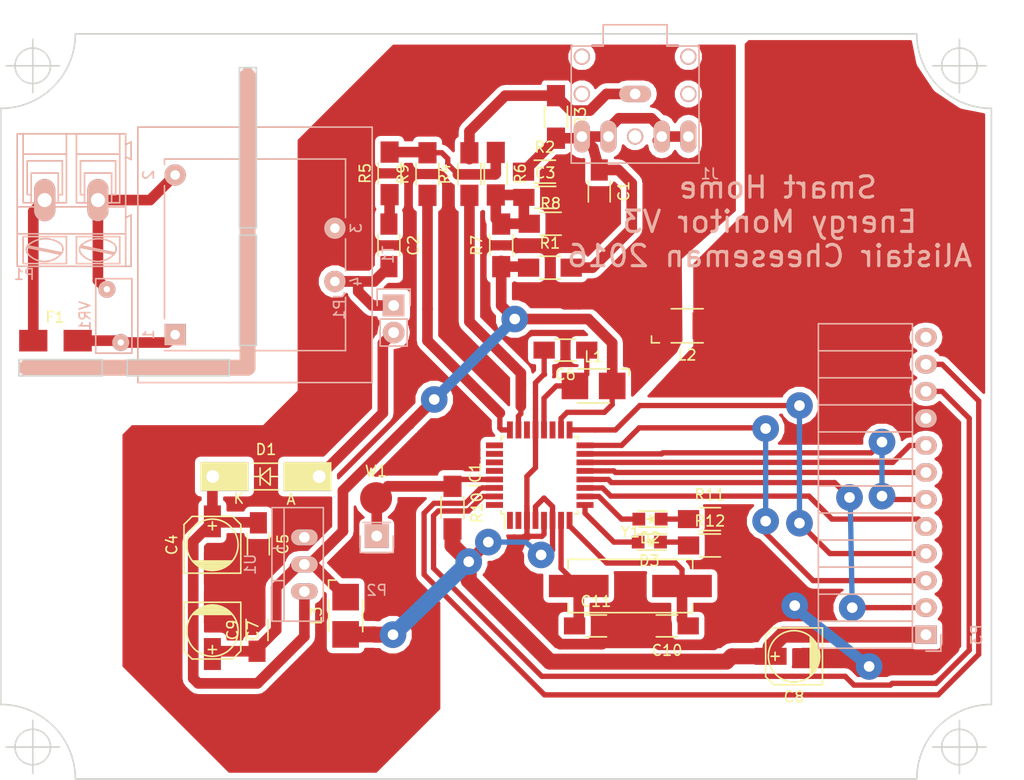
<source format=kicad_pcb>
(kicad_pcb (version 4) (host pcbnew 4.0.0-stable)

  (general
    (links 82)
    (no_connects 0)
    (area 50.897235 67.818 147.066001 141.097001)
    (thickness 1.6)
    (drawings 37)
    (tracks 374)
    (zones 0)
    (modules 41)
    (nets 35)
  )

  (page A4)
  (layers
    (0 F.Cu signal)
    (31 B.Cu signal)
    (32 B.Adhes user)
    (33 F.Adhes user)
    (34 B.Paste user)
    (35 F.Paste user)
    (36 B.SilkS user)
    (37 F.SilkS user)
    (38 B.Mask user)
    (39 F.Mask user)
    (40 Dwgs.User user)
    (41 Cmts.User user)
    (42 Eco1.User user)
    (43 Eco2.User user)
    (44 Edge.Cuts user)
    (45 Margin user)
    (46 B.CrtYd user)
    (47 F.CrtYd user)
    (48 B.Fab user)
    (49 F.Fab user)
  )

  (setup
    (last_trace_width 0.5)
    (user_trace_width 1)
    (user_trace_width 1.5)
    (user_trace_width 2)
    (user_trace_width 2.5)
    (user_trace_width 3)
    (trace_clearance 0.25)
    (zone_clearance 0.508)
    (zone_45_only no)
    (trace_min 0.5)
    (segment_width 1.5)
    (edge_width 0.15)
    (via_size 2.5)
    (via_drill 1)
    (via_min_size 0.4)
    (via_min_drill 0.3)
    (uvia_size 0.3)
    (uvia_drill 0.1)
    (uvias_allowed no)
    (uvia_min_size 0.2)
    (uvia_min_drill 0.1)
    (pcb_text_width 0.3)
    (pcb_text_size 1.5 1.5)
    (mod_edge_width 0.15)
    (mod_text_size 1 1)
    (mod_text_width 0.15)
    (pad_size 1.524 1.524)
    (pad_drill 0.762)
    (pad_to_mask_clearance 0.2)
    (aux_axis_origin 0 0)
    (visible_elements 7FFFFFFF)
    (pcbplotparams
      (layerselection 0x00080_00000000)
      (usegerberextensions false)
      (excludeedgelayer false)
      (linewidth 0.100000)
      (plotframeref false)
      (viasonmask true)
      (mode 1)
      (useauxorigin false)
      (hpglpennumber 1)
      (hpglpenspeed 20)
      (hpglpendiameter 15)
      (hpglpenoverlay 2)
      (psnegative false)
      (psa4output false)
      (plotreference false)
      (plotvalue false)
      (plotinvisibletext false)
      (padsonsilk false)
      (subtractmaskfromsilk false)
      (outputformat 5)
      (mirror true)
      (drillshape 1)
      (scaleselection 1)
      (outputdirectory ""))
  )

  (net 0 "")
  (net 1 "Net-(C1-Pad1)")
  (net 2 GNDA)
  (net 3 "Net-(C2-Pad1)")
  (net 4 "Net-(C2-Pad2)")
  (net 5 "Net-(C3-Pad1)")
  (net 6 "Net-(C4-Pad1)")
  (net 7 "Net-(C6-Pad1)")
  (net 8 GNDD)
  (net 9 +3.3VP)
  (net 10 "Net-(C10-Pad1)")
  (net 11 "Net-(C11-Pad1)")
  (net 12 "Net-(D1-Pad2)")
  (net 13 /LEDR)
  (net 14 "Net-(D2-Pad1)")
  (net 15 /LEDG)
  (net 16 "Net-(D3-Pad1)")
  (net 17 "Net-(F1-Pad1)")
  (net 18 "Net-(F1-Pad2)")
  (net 19 +3V3)
  (net 20 /INT)
  (net 21 /CSN2)
  (net 22 /CSN)
  (net 23 /CE)
  (net 24 /MOSI)
  (net 25 /MISO)
  (net 26 /SCK)
  (net 27 ISENSE)
  (net 28 VSENSE)
  (net 29 /RESET)
  (net 30 /RXD)
  (net 31 /TXD)
  (net 32 "Net-(J1-Pad1)")
  (net 33 "Net-(R5-Pad2)")
  (net 34 "Net-(P1-Pad2)")

  (net_class Default "This is the default net class."
    (clearance 0.25)
    (trace_width 0.5)
    (via_dia 2.5)
    (via_drill 1)
    (uvia_dia 0.3)
    (uvia_drill 0.1)
    (add_net +3.3VP)
    (add_net +3V3)
    (add_net /CE)
    (add_net /CSN)
    (add_net /CSN2)
    (add_net /INT)
    (add_net /LEDG)
    (add_net /LEDR)
    (add_net /MISO)
    (add_net /MOSI)
    (add_net /RESET)
    (add_net /RXD)
    (add_net /SCK)
    (add_net /TXD)
    (add_net GNDA)
    (add_net GNDD)
    (add_net ISENSE)
    (add_net "Net-(C1-Pad1)")
    (add_net "Net-(C10-Pad1)")
    (add_net "Net-(C11-Pad1)")
    (add_net "Net-(C2-Pad1)")
    (add_net "Net-(C2-Pad2)")
    (add_net "Net-(C3-Pad1)")
    (add_net "Net-(C4-Pad1)")
    (add_net "Net-(C6-Pad1)")
    (add_net "Net-(D1-Pad2)")
    (add_net "Net-(D2-Pad1)")
    (add_net "Net-(D3-Pad1)")
    (add_net "Net-(F1-Pad1)")
    (add_net "Net-(F1-Pad2)")
    (add_net "Net-(J1-Pad1)")
    (add_net "Net-(P1-Pad2)")
    (add_net "Net-(R5-Pad2)")
    (add_net VSENSE)
  )

  (module CustomParts:TEZ-22x24 (layer B.Cu) (tedit 577A45A6) (tstamp 577A4756)
    (at 74.8665 91.7575 90)
    (descr http://www.breve.pl/pdf/ANG/TEZ_ang.pdf)
    (tags "TEZ PCB Transformer")
    (path /57778332)
    (fp_text reference T1 (at 0 12.5 90) (layer B.SilkS)
      (effects (font (size 1 1) (thickness 0.15)) (justify mirror))
    )
    (fp_text value "VN20.10 09477" (at 0 0 90) (layer B.Fab)
      (effects (font (size 1 1) (thickness 0.15)) (justify mirror))
    )
    (fp_text user 4 (at -2.5 9.5 90) (layer B.SilkS)
      (effects (font (size 1 1) (thickness 0.15)) (justify mirror))
    )
    (fp_text user 3 (at 2.5 9.5 90) (layer B.SilkS)
      (effects (font (size 1 1) (thickness 0.15)) (justify mirror))
    )
    (fp_text user 2 (at 7.5 -10 90) (layer B.SilkS)
      (effects (font (size 1 1) (thickness 0.15)) (justify mirror))
    )
    (fp_text user 1 (at -7.5 -10 90) (layer B.SilkS)
      (effects (font (size 1 1) (thickness 0.15)) (justify mirror))
    )
    (fp_line (start -9 -8.5) (end -9 8.5) (layer B.SilkS) (width 0.15))
    (fp_line (start 8.5 -8.5) (end 9 -8.5) (layer B.SilkS) (width 0.15))
    (fp_line (start 9 -8.5) (end 9 8.5) (layer B.SilkS) (width 0.15))
    (fp_line (start -6 -8.5) (end 6.5 -8.5) (layer B.SilkS) (width 0.15))
    (fp_line (start -8.5 8.5) (end -9 8.5) (layer B.SilkS) (width 0.15))
    (fp_line (start 8.5 8.5) (end 9 8.5) (layer B.SilkS) (width 0.15))
    (fp_line (start 3.5 8.5) (end 8.5 8.5) (layer B.SilkS) (width 0.15))
    (fp_line (start -1.5 8.5) (end 1.5 8.5) (layer B.SilkS) (width 0.15))
    (fp_line (start -8.5 8.5) (end -4 8.5) (layer B.SilkS) (width 0.15))
    (fp_line (start -12 11) (end 12 11) (layer B.SilkS) (width 0.15))
    (fp_line (start 12 11) (end 12 -11) (layer B.SilkS) (width 0.15))
    (fp_line (start 12 -11) (end -12 -11) (layer B.SilkS) (width 0.15))
    (fp_line (start -12 -11) (end -12 11) (layer B.SilkS) (width 0.15))
    (pad 1 thru_hole rect (at -7.5 -7.5 90) (size 2 2) (drill 0.9) (layers *.Cu *.Mask B.SilkS)
      (net 18 "Net-(F1-Pad2)"))
    (pad 2 thru_hole circle (at 7.5 -7.5 90) (size 2 2) (drill 0.9) (layers *.Cu *.Mask B.SilkS)
      (net 34 "Net-(P1-Pad2)"))
    (pad 3 thru_hole circle (at 2.5 7.5 90) (size 2 2) (drill 0.9) (layers *.Cu *.Mask B.SilkS)
      (net 2 GNDA))
    (pad 4 thru_hole circle (at -2.5 7.5 90) (size 2 2) (drill 0.9) (layers *.Cu *.Mask B.SilkS)
      (net 4 "Net-(C2-Pad2)"))
  )

  (module Pin_Headers:Pin_Header_Straight_1x01 (layer B.Cu) (tedit 54EA08DC) (tstamp 577A6134)
    (at 86.2965 118.1735)
    (descr "Through hole pin header")
    (tags "pin header")
    (path /577A850B)
    (fp_text reference P2 (at 0 5.1) (layer B.SilkS)
      (effects (font (size 1 1) (thickness 0.15)) (justify mirror))
    )
    (fp_text value CONN_01X01 (at 0 3.1) (layer B.Fab)
      (effects (font (size 1 1) (thickness 0.15)) (justify mirror))
    )
    (fp_line (start 1.55 1.55) (end 1.55 0) (layer B.SilkS) (width 0.15))
    (fp_line (start -1.75 1.75) (end -1.75 -1.75) (layer B.CrtYd) (width 0.05))
    (fp_line (start 1.75 1.75) (end 1.75 -1.75) (layer B.CrtYd) (width 0.05))
    (fp_line (start -1.75 1.75) (end 1.75 1.75) (layer B.CrtYd) (width 0.05))
    (fp_line (start -1.75 -1.75) (end 1.75 -1.75) (layer B.CrtYd) (width 0.05))
    (fp_line (start -1.55 0) (end -1.55 1.55) (layer B.SilkS) (width 0.15))
    (fp_line (start -1.55 1.55) (end 1.55 1.55) (layer B.SilkS) (width 0.15))
    (fp_line (start -1.27 -1.27) (end 1.27 -1.27) (layer B.SilkS) (width 0.15))
    (pad 1 thru_hole rect (at 0 0) (size 2.2352 2.2352) (drill 1.016) (layers *.Cu *.Mask B.SilkS)
      (net 29 /RESET))
    (model Pin_Headers.3dshapes/Pin_Header_Straight_1x01.wrl
      (at (xyz 0 0 0))
      (scale (xyz 1 1 1))
      (rotate (xyz 0 0 90))
    )
  )

  (module Capacitors_SMD:C_1206_HandSoldering (layer F.Cu) (tedit 541A9C03) (tstamp 5778405B)
    (at 107.188 85.7885 270)
    (descr "Capacitor SMD 1206, hand soldering")
    (tags "capacitor 1206")
    (path /5777C256)
    (attr smd)
    (fp_text reference C1 (at 0 -2.3 270) (layer F.SilkS)
      (effects (font (size 1 1) (thickness 0.15)))
    )
    (fp_text value 10u (at 0 2.3 270) (layer F.Fab)
      (effects (font (size 1 1) (thickness 0.15)))
    )
    (fp_line (start -3.3 -1.15) (end 3.3 -1.15) (layer F.CrtYd) (width 0.05))
    (fp_line (start -3.3 1.15) (end 3.3 1.15) (layer F.CrtYd) (width 0.05))
    (fp_line (start -3.3 -1.15) (end -3.3 1.15) (layer F.CrtYd) (width 0.05))
    (fp_line (start 3.3 -1.15) (end 3.3 1.15) (layer F.CrtYd) (width 0.05))
    (fp_line (start 1 -1.025) (end -1 -1.025) (layer F.SilkS) (width 0.15))
    (fp_line (start -1 1.025) (end 1 1.025) (layer F.SilkS) (width 0.15))
    (pad 1 smd rect (at -2 0 270) (size 2 1.6) (layers F.Cu F.Paste F.Mask)
      (net 1 "Net-(C1-Pad1)"))
    (pad 2 smd rect (at 2 0 270) (size 2 1.6) (layers F.Cu F.Paste F.Mask)
      (net 2 GNDA))
    (model Capacitors_SMD.3dshapes/C_1206_HandSoldering.wrl
      (at (xyz 0 0 0))
      (scale (xyz 1 1 1))
      (rotate (xyz 0 0 0))
    )
  )

  (module Capacitors_SMD:C_1206_HandSoldering (layer F.Cu) (tedit 541A9C03) (tstamp 57784067)
    (at 87.4395 90.8685 270)
    (descr "Capacitor SMD 1206, hand soldering")
    (tags "capacitor 1206")
    (path /57778D2A)
    (attr smd)
    (fp_text reference C2 (at 0 -2.3 270) (layer F.SilkS)
      (effects (font (size 1 1) (thickness 0.15)))
    )
    (fp_text value 1u (at 0 2.3 270) (layer F.Fab)
      (effects (font (size 1 1) (thickness 0.15)))
    )
    (fp_line (start -3.3 -1.15) (end 3.3 -1.15) (layer F.CrtYd) (width 0.05))
    (fp_line (start -3.3 1.15) (end 3.3 1.15) (layer F.CrtYd) (width 0.05))
    (fp_line (start -3.3 -1.15) (end -3.3 1.15) (layer F.CrtYd) (width 0.05))
    (fp_line (start 3.3 -1.15) (end 3.3 1.15) (layer F.CrtYd) (width 0.05))
    (fp_line (start 1 -1.025) (end -1 -1.025) (layer F.SilkS) (width 0.15))
    (fp_line (start -1 1.025) (end 1 1.025) (layer F.SilkS) (width 0.15))
    (pad 1 smd rect (at -2 0 270) (size 2 1.6) (layers F.Cu F.Paste F.Mask)
      (net 3 "Net-(C2-Pad1)"))
    (pad 2 smd rect (at 2 0 270) (size 2 1.6) (layers F.Cu F.Paste F.Mask)
      (net 4 "Net-(C2-Pad2)"))
    (model Capacitors_SMD.3dshapes/C_1206_HandSoldering.wrl
      (at (xyz 0 0 0))
      (scale (xyz 1 1 1))
      (rotate (xyz 0 0 0))
    )
  )

  (module Capacitors_SMD:C_1206_HandSoldering (layer F.Cu) (tedit 541A9C03) (tstamp 57784073)
    (at 102.108 86.36)
    (descr "Capacitor SMD 1206, hand soldering")
    (tags "capacitor 1206")
    (path /57778DCC)
    (attr smd)
    (fp_text reference C3 (at 0 -2.3) (layer F.SilkS)
      (effects (font (size 1 1) (thickness 0.15)))
    )
    (fp_text value 10u (at 0 2.3) (layer F.Fab)
      (effects (font (size 1 1) (thickness 0.15)))
    )
    (fp_line (start -3.3 -1.15) (end 3.3 -1.15) (layer F.CrtYd) (width 0.05))
    (fp_line (start -3.3 1.15) (end 3.3 1.15) (layer F.CrtYd) (width 0.05))
    (fp_line (start -3.3 -1.15) (end -3.3 1.15) (layer F.CrtYd) (width 0.05))
    (fp_line (start 3.3 -1.15) (end 3.3 1.15) (layer F.CrtYd) (width 0.05))
    (fp_line (start 1 -1.025) (end -1 -1.025) (layer F.SilkS) (width 0.15))
    (fp_line (start -1 1.025) (end 1 1.025) (layer F.SilkS) (width 0.15))
    (pad 1 smd rect (at -2 0) (size 2 1.6) (layers F.Cu F.Paste F.Mask)
      (net 5 "Net-(C3-Pad1)"))
    (pad 2 smd rect (at 2 0) (size 2 1.6) (layers F.Cu F.Paste F.Mask)
      (net 2 GNDA))
    (model Capacitors_SMD.3dshapes/C_1206_HandSoldering.wrl
      (at (xyz 0 0 0))
      (scale (xyz 1 1 1))
      (rotate (xyz 0 0 0))
    )
  )

  (module Capacitors_SMD:c_elec_5x4.5 (layer F.Cu) (tedit 556FE015) (tstamp 5778408D)
    (at 70.866 118.999 90)
    (descr "SMT capacitor, aluminium electrolytic, 5x4.5")
    (path /577813EC)
    (attr smd)
    (fp_text reference C4 (at 0 -3.81 90) (layer F.SilkS)
      (effects (font (size 1 1) (thickness 0.15)))
    )
    (fp_text value 470u (at 0 3.81 90) (layer F.Fab)
      (effects (font (size 1 1) (thickness 0.15)))
    )
    (fp_line (start -3.95 -3) (end 3.95 -3) (layer F.CrtYd) (width 0.05))
    (fp_line (start 3.95 -3) (end 3.95 3) (layer F.CrtYd) (width 0.05))
    (fp_line (start 3.95 3) (end -3.95 3) (layer F.CrtYd) (width 0.05))
    (fp_line (start -3.95 3) (end -3.95 -3) (layer F.CrtYd) (width 0.05))
    (fp_line (start -2.286 -0.635) (end -2.286 0.762) (layer F.SilkS) (width 0.15))
    (fp_line (start -2.159 -0.889) (end -2.159 0.889) (layer F.SilkS) (width 0.15))
    (fp_line (start -2.032 -1.27) (end -2.032 1.27) (layer F.SilkS) (width 0.15))
    (fp_line (start -1.905 1.397) (end -1.905 -1.397) (layer F.SilkS) (width 0.15))
    (fp_line (start -1.778 -1.524) (end -1.778 1.524) (layer F.SilkS) (width 0.15))
    (fp_line (start -1.651 1.651) (end -1.651 -1.651) (layer F.SilkS) (width 0.15))
    (fp_line (start -1.524 -1.778) (end -1.524 1.778) (layer F.SilkS) (width 0.15))
    (fp_line (start -2.667 -2.667) (end 1.905 -2.667) (layer F.SilkS) (width 0.15))
    (fp_line (start 1.905 -2.667) (end 2.667 -1.905) (layer F.SilkS) (width 0.15))
    (fp_line (start 2.667 -1.905) (end 2.667 1.905) (layer F.SilkS) (width 0.15))
    (fp_line (start 2.667 1.905) (end 1.905 2.667) (layer F.SilkS) (width 0.15))
    (fp_line (start 1.905 2.667) (end -2.667 2.667) (layer F.SilkS) (width 0.15))
    (fp_line (start -2.667 2.667) (end -2.667 -2.667) (layer F.SilkS) (width 0.15))
    (fp_line (start 2.159 0) (end 1.397 0) (layer F.SilkS) (width 0.15))
    (fp_line (start 1.778 -0.381) (end 1.778 0.381) (layer F.SilkS) (width 0.15))
    (fp_circle (center 0 0) (end -2.413 0) (layer F.SilkS) (width 0.15))
    (pad 1 smd rect (at 2.19964 0 90) (size 2.99974 1.6002) (layers F.Cu F.Paste F.Mask)
      (net 6 "Net-(C4-Pad1)"))
    (pad 2 smd rect (at -2.19964 0 90) (size 2.99974 1.6002) (layers F.Cu F.Paste F.Mask)
      (net 2 GNDA))
    (model Capacitors_SMD.3dshapes/c_elec_5x4.5.wrl
      (at (xyz 0 0 0))
      (scale (xyz 1 1 1))
      (rotate (xyz 0 0 0))
    )
  )

  (module Capacitors_SMD:C_1206_HandSoldering (layer F.Cu) (tedit 541A9C03) (tstamp 57784099)
    (at 75.184 118.9355 270)
    (descr "Capacitor SMD 1206, hand soldering")
    (tags "capacitor 1206")
    (path /5778144F)
    (attr smd)
    (fp_text reference C5 (at 0 -2.3 270) (layer F.SilkS)
      (effects (font (size 1 1) (thickness 0.15)))
    )
    (fp_text value 1n (at 0 2.3 270) (layer F.Fab)
      (effects (font (size 1 1) (thickness 0.15)))
    )
    (fp_line (start -3.3 -1.15) (end 3.3 -1.15) (layer F.CrtYd) (width 0.05))
    (fp_line (start -3.3 1.15) (end 3.3 1.15) (layer F.CrtYd) (width 0.05))
    (fp_line (start -3.3 -1.15) (end -3.3 1.15) (layer F.CrtYd) (width 0.05))
    (fp_line (start 3.3 -1.15) (end 3.3 1.15) (layer F.CrtYd) (width 0.05))
    (fp_line (start 1 -1.025) (end -1 -1.025) (layer F.SilkS) (width 0.15))
    (fp_line (start -1 1.025) (end 1 1.025) (layer F.SilkS) (width 0.15))
    (pad 1 smd rect (at -2 0 270) (size 2 1.6) (layers F.Cu F.Paste F.Mask)
      (net 6 "Net-(C4-Pad1)"))
    (pad 2 smd rect (at 2 0 270) (size 2 1.6) (layers F.Cu F.Paste F.Mask)
      (net 2 GNDA))
    (model Capacitors_SMD.3dshapes/C_1206_HandSoldering.wrl
      (at (xyz 0 0 0))
      (scale (xyz 1 1 1))
      (rotate (xyz 0 0 0))
    )
  )

  (module Capacitors_SMD:C_1206_HandSoldering (layer F.Cu) (tedit 541A9C03) (tstamp 577840A5)
    (at 104.013 100.711 180)
    (descr "Capacitor SMD 1206, hand soldering")
    (tags "capacitor 1206")
    (path /5779CA78)
    (attr smd)
    (fp_text reference C6 (at 0 -2.3 180) (layer F.SilkS)
      (effects (font (size 1 1) (thickness 0.15)))
    )
    (fp_text value 100n (at 0 2.3 180) (layer F.Fab)
      (effects (font (size 1 1) (thickness 0.15)))
    )
    (fp_line (start -3.3 -1.15) (end 3.3 -1.15) (layer F.CrtYd) (width 0.05))
    (fp_line (start -3.3 1.15) (end 3.3 1.15) (layer F.CrtYd) (width 0.05))
    (fp_line (start -3.3 -1.15) (end -3.3 1.15) (layer F.CrtYd) (width 0.05))
    (fp_line (start 3.3 -1.15) (end 3.3 1.15) (layer F.CrtYd) (width 0.05))
    (fp_line (start 1 -1.025) (end -1 -1.025) (layer F.SilkS) (width 0.15))
    (fp_line (start -1 1.025) (end 1 1.025) (layer F.SilkS) (width 0.15))
    (pad 1 smd rect (at -2 0 180) (size 2 1.6) (layers F.Cu F.Paste F.Mask)
      (net 7 "Net-(C6-Pad1)"))
    (pad 2 smd rect (at 2 0 180) (size 2 1.6) (layers F.Cu F.Paste F.Mask)
      (net 8 GNDD))
    (model Capacitors_SMD.3dshapes/C_1206_HandSoldering.wrl
      (at (xyz 0 0 0))
      (scale (xyz 1 1 1))
      (rotate (xyz 0 0 0))
    )
  )

  (module Capacitors_SMD:c_elec_5x4.5 (layer F.Cu) (tedit 556FE015) (tstamp 577840BF)
    (at 70.866 127.0635 270)
    (descr "SMT capacitor, aluminium electrolytic, 5x4.5")
    (path /57781656)
    (attr smd)
    (fp_text reference C7 (at 0 -3.81 270) (layer F.SilkS)
      (effects (font (size 1 1) (thickness 0.15)))
    )
    (fp_text value 470u (at 0 3.81 270) (layer F.Fab)
      (effects (font (size 1 1) (thickness 0.15)))
    )
    (fp_line (start -3.95 -3) (end 3.95 -3) (layer F.CrtYd) (width 0.05))
    (fp_line (start 3.95 -3) (end 3.95 3) (layer F.CrtYd) (width 0.05))
    (fp_line (start 3.95 3) (end -3.95 3) (layer F.CrtYd) (width 0.05))
    (fp_line (start -3.95 3) (end -3.95 -3) (layer F.CrtYd) (width 0.05))
    (fp_line (start -2.286 -0.635) (end -2.286 0.762) (layer F.SilkS) (width 0.15))
    (fp_line (start -2.159 -0.889) (end -2.159 0.889) (layer F.SilkS) (width 0.15))
    (fp_line (start -2.032 -1.27) (end -2.032 1.27) (layer F.SilkS) (width 0.15))
    (fp_line (start -1.905 1.397) (end -1.905 -1.397) (layer F.SilkS) (width 0.15))
    (fp_line (start -1.778 -1.524) (end -1.778 1.524) (layer F.SilkS) (width 0.15))
    (fp_line (start -1.651 1.651) (end -1.651 -1.651) (layer F.SilkS) (width 0.15))
    (fp_line (start -1.524 -1.778) (end -1.524 1.778) (layer F.SilkS) (width 0.15))
    (fp_line (start -2.667 -2.667) (end 1.905 -2.667) (layer F.SilkS) (width 0.15))
    (fp_line (start 1.905 -2.667) (end 2.667 -1.905) (layer F.SilkS) (width 0.15))
    (fp_line (start 2.667 -1.905) (end 2.667 1.905) (layer F.SilkS) (width 0.15))
    (fp_line (start 2.667 1.905) (end 1.905 2.667) (layer F.SilkS) (width 0.15))
    (fp_line (start 1.905 2.667) (end -2.667 2.667) (layer F.SilkS) (width 0.15))
    (fp_line (start -2.667 2.667) (end -2.667 -2.667) (layer F.SilkS) (width 0.15))
    (fp_line (start 2.159 0) (end 1.397 0) (layer F.SilkS) (width 0.15))
    (fp_line (start 1.778 -0.381) (end 1.778 0.381) (layer F.SilkS) (width 0.15))
    (fp_circle (center 0 0) (end -2.413 0) (layer F.SilkS) (width 0.15))
    (pad 1 smd rect (at 2.19964 0 270) (size 2.99974 1.6002) (layers F.Cu F.Paste F.Mask)
      (net 9 +3.3VP))
    (pad 2 smd rect (at -2.19964 0 270) (size 2.99974 1.6002) (layers F.Cu F.Paste F.Mask)
      (net 2 GNDA))
    (model Capacitors_SMD.3dshapes/c_elec_5x4.5.wrl
      (at (xyz 0 0 0))
      (scale (xyz 1 1 1))
      (rotate (xyz 0 0 0))
    )
  )

  (module Capacitors_SMD:c_elec_5x4.5 (layer F.Cu) (tedit 556FE015) (tstamp 577840D9)
    (at 125.476 129.4765 180)
    (descr "SMT capacitor, aluminium electrolytic, 5x4.5")
    (path /577816AE)
    (attr smd)
    (fp_text reference C8 (at 0 -3.81 180) (layer F.SilkS)
      (effects (font (size 1 1) (thickness 0.15)))
    )
    (fp_text value 470u (at 0 3.81 180) (layer F.Fab)
      (effects (font (size 1 1) (thickness 0.15)))
    )
    (fp_line (start -3.95 -3) (end 3.95 -3) (layer F.CrtYd) (width 0.05))
    (fp_line (start 3.95 -3) (end 3.95 3) (layer F.CrtYd) (width 0.05))
    (fp_line (start 3.95 3) (end -3.95 3) (layer F.CrtYd) (width 0.05))
    (fp_line (start -3.95 3) (end -3.95 -3) (layer F.CrtYd) (width 0.05))
    (fp_line (start -2.286 -0.635) (end -2.286 0.762) (layer F.SilkS) (width 0.15))
    (fp_line (start -2.159 -0.889) (end -2.159 0.889) (layer F.SilkS) (width 0.15))
    (fp_line (start -2.032 -1.27) (end -2.032 1.27) (layer F.SilkS) (width 0.15))
    (fp_line (start -1.905 1.397) (end -1.905 -1.397) (layer F.SilkS) (width 0.15))
    (fp_line (start -1.778 -1.524) (end -1.778 1.524) (layer F.SilkS) (width 0.15))
    (fp_line (start -1.651 1.651) (end -1.651 -1.651) (layer F.SilkS) (width 0.15))
    (fp_line (start -1.524 -1.778) (end -1.524 1.778) (layer F.SilkS) (width 0.15))
    (fp_line (start -2.667 -2.667) (end 1.905 -2.667) (layer F.SilkS) (width 0.15))
    (fp_line (start 1.905 -2.667) (end 2.667 -1.905) (layer F.SilkS) (width 0.15))
    (fp_line (start 2.667 -1.905) (end 2.667 1.905) (layer F.SilkS) (width 0.15))
    (fp_line (start 2.667 1.905) (end 1.905 2.667) (layer F.SilkS) (width 0.15))
    (fp_line (start 1.905 2.667) (end -2.667 2.667) (layer F.SilkS) (width 0.15))
    (fp_line (start -2.667 2.667) (end -2.667 -2.667) (layer F.SilkS) (width 0.15))
    (fp_line (start 2.159 0) (end 1.397 0) (layer F.SilkS) (width 0.15))
    (fp_line (start 1.778 -0.381) (end 1.778 0.381) (layer F.SilkS) (width 0.15))
    (fp_circle (center 0 0) (end -2.413 0) (layer F.SilkS) (width 0.15))
    (pad 1 smd rect (at 2.19964 0 180) (size 2.99974 1.6002) (layers F.Cu F.Paste F.Mask)
      (net 19 +3V3))
    (pad 2 smd rect (at -2.19964 0 180) (size 2.99974 1.6002) (layers F.Cu F.Paste F.Mask)
      (net 8 GNDD))
    (model Capacitors_SMD.3dshapes/c_elec_5x4.5.wrl
      (at (xyz 0 0 0))
      (scale (xyz 1 1 1))
      (rotate (xyz 0 0 0))
    )
  )

  (module Capacitors_SMD:C_1206_HandSoldering (layer F.Cu) (tedit 541A9C03) (tstamp 577840E5)
    (at 75.057 127 90)
    (descr "Capacitor SMD 1206, hand soldering")
    (tags "capacitor 1206")
    (path /5778170D)
    (attr smd)
    (fp_text reference C9 (at 0 -2.3 90) (layer F.SilkS)
      (effects (font (size 1 1) (thickness 0.15)))
    )
    (fp_text value 1n (at 0 2.3 90) (layer F.Fab)
      (effects (font (size 1 1) (thickness 0.15)))
    )
    (fp_line (start -3.3 -1.15) (end 3.3 -1.15) (layer F.CrtYd) (width 0.05))
    (fp_line (start -3.3 1.15) (end 3.3 1.15) (layer F.CrtYd) (width 0.05))
    (fp_line (start -3.3 -1.15) (end -3.3 1.15) (layer F.CrtYd) (width 0.05))
    (fp_line (start 3.3 -1.15) (end 3.3 1.15) (layer F.CrtYd) (width 0.05))
    (fp_line (start 1 -1.025) (end -1 -1.025) (layer F.SilkS) (width 0.15))
    (fp_line (start -1 1.025) (end 1 1.025) (layer F.SilkS) (width 0.15))
    (pad 1 smd rect (at -2 0 90) (size 2 1.6) (layers F.Cu F.Paste F.Mask)
      (net 9 +3.3VP))
    (pad 2 smd rect (at 2 0 90) (size 2 1.6) (layers F.Cu F.Paste F.Mask)
      (net 2 GNDA))
    (model Capacitors_SMD.3dshapes/C_1206_HandSoldering.wrl
      (at (xyz 0 0 0))
      (scale (xyz 1 1 1))
      (rotate (xyz 0 0 0))
    )
  )

  (module Capacitors_SMD:C_1206_HandSoldering (layer F.Cu) (tedit 541A9C03) (tstamp 577840F1)
    (at 113.538 126.619 180)
    (descr "Capacitor SMD 1206, hand soldering")
    (tags "capacitor 1206")
    (path /577A1C39)
    (attr smd)
    (fp_text reference C10 (at 0 -2.3 180) (layer F.SilkS)
      (effects (font (size 1 1) (thickness 0.15)))
    )
    (fp_text value 22p (at 0 2.3 180) (layer F.Fab)
      (effects (font (size 1 1) (thickness 0.15)))
    )
    (fp_line (start -3.3 -1.15) (end 3.3 -1.15) (layer F.CrtYd) (width 0.05))
    (fp_line (start -3.3 1.15) (end 3.3 1.15) (layer F.CrtYd) (width 0.05))
    (fp_line (start -3.3 -1.15) (end -3.3 1.15) (layer F.CrtYd) (width 0.05))
    (fp_line (start 3.3 -1.15) (end 3.3 1.15) (layer F.CrtYd) (width 0.05))
    (fp_line (start 1 -1.025) (end -1 -1.025) (layer F.SilkS) (width 0.15))
    (fp_line (start -1 1.025) (end 1 1.025) (layer F.SilkS) (width 0.15))
    (pad 1 smd rect (at -2 0 180) (size 2 1.6) (layers F.Cu F.Paste F.Mask)
      (net 10 "Net-(C10-Pad1)"))
    (pad 2 smd rect (at 2 0 180) (size 2 1.6) (layers F.Cu F.Paste F.Mask)
      (net 8 GNDD))
    (model Capacitors_SMD.3dshapes/C_1206_HandSoldering.wrl
      (at (xyz 0 0 0))
      (scale (xyz 1 1 1))
      (rotate (xyz 0 0 0))
    )
  )

  (module Capacitors_SMD:C_1206_HandSoldering (layer F.Cu) (tedit 541A9C03) (tstamp 577840FD)
    (at 106.8705 126.619)
    (descr "Capacitor SMD 1206, hand soldering")
    (tags "capacitor 1206")
    (path /577A222B)
    (attr smd)
    (fp_text reference C11 (at 0 -2.3) (layer F.SilkS)
      (effects (font (size 1 1) (thickness 0.15)))
    )
    (fp_text value 22p (at 0 2.3) (layer F.Fab)
      (effects (font (size 1 1) (thickness 0.15)))
    )
    (fp_line (start -3.3 -1.15) (end 3.3 -1.15) (layer F.CrtYd) (width 0.05))
    (fp_line (start -3.3 1.15) (end 3.3 1.15) (layer F.CrtYd) (width 0.05))
    (fp_line (start -3.3 -1.15) (end -3.3 1.15) (layer F.CrtYd) (width 0.05))
    (fp_line (start 3.3 -1.15) (end 3.3 1.15) (layer F.CrtYd) (width 0.05))
    (fp_line (start 1 -1.025) (end -1 -1.025) (layer F.SilkS) (width 0.15))
    (fp_line (start -1 1.025) (end 1 1.025) (layer F.SilkS) (width 0.15))
    (pad 1 smd rect (at -2 0) (size 2 1.6) (layers F.Cu F.Paste F.Mask)
      (net 11 "Net-(C11-Pad1)"))
    (pad 2 smd rect (at 2 0) (size 2 1.6) (layers F.Cu F.Paste F.Mask)
      (net 8 GNDD))
    (model Capacitors_SMD.3dshapes/C_1206_HandSoldering.wrl
      (at (xyz 0 0 0))
      (scale (xyz 1 1 1))
      (rotate (xyz 0 0 0))
    )
  )

  (module Diodes_SMD:MELF-RM10_Universal_Handsoldering (layer F.Cu) (tedit 552FEB49) (tstamp 57784110)
    (at 75.89774 112.5855)
    (descr "Diode, Universal, MELF, RM10, Handsoldering, SMD, Thruhole,")
    (tags "Diode Universal MELF RM10 Handsoldering SMD Thruhole ")
    (path /57789EEB)
    (fp_text reference D1 (at 0 -2.54) (layer F.SilkS)
      (effects (font (size 1 1) (thickness 0.15)))
    )
    (fp_text value D_Small (at 0 3.81) (layer F.Fab)
      (effects (font (size 1 1) (thickness 0.15)))
    )
    (fp_line (start 0.39878 0) (end 1.09982 0) (layer F.SilkS) (width 0.15))
    (fp_line (start -0.55118 0) (end -1.09982 0) (layer F.SilkS) (width 0.15))
    (fp_line (start -0.55118 0) (end -0.55118 0.8001) (layer F.SilkS) (width 0.15))
    (fp_line (start -0.55118 0) (end -0.55118 -0.8001) (layer F.SilkS) (width 0.15))
    (fp_line (start -0.55118 0) (end 0.39878 -0.8001) (layer F.SilkS) (width 0.15))
    (fp_line (start 0.39878 -0.8001) (end 0.39878 0.8001) (layer F.SilkS) (width 0.15))
    (fp_line (start 0.39878 0.8001) (end -0.55118 0) (layer F.SilkS) (width 0.15))
    (fp_text user K (at -2.55016 2.04978) (layer F.SilkS)
      (effects (font (size 1 1) (thickness 0.15)))
    )
    (fp_text user A (at 2.3495 2.14884) (layer F.SilkS)
      (effects (font (size 1 1) (thickness 0.15)))
    )
    (fp_line (start -1.09982 -1.24968) (end -1.19888 -1.24968) (layer F.SilkS) (width 0.15))
    (fp_line (start -1.09982 1.24968) (end -1.19888 1.24968) (layer F.SilkS) (width 0.15))
    (fp_line (start 1.19888 -1.24968) (end -1.15062 -1.24968) (layer F.SilkS) (width 0.15))
    (fp_line (start 1.19888 1.24968) (end -1.04902 1.24968) (layer F.SilkS) (width 0.15))
    (pad 1 thru_hole rect (at -5.00126 0) (size 4.49834 2.70002) (drill 1.19888 (offset 1.09982 0)) (layers *.Cu *.Mask F.SilkS)
      (net 6 "Net-(C4-Pad1)"))
    (pad 2 thru_hole rect (at 5.00126 0 180) (size 4.49834 2.70002) (drill 1.19888 (offset 1.09982 0)) (layers *.Cu *.Mask F.SilkS)
      (net 12 "Net-(D1-Pad2)"))
    (model Diodes_SMD.3dshapes/MELF-RM10_Universal_Handsoldering.wrl
      (at (xyz 0 0 0))
      (scale (xyz 0.3937 0.3937 0.3937))
      (rotate (xyz 0 0 180))
    )
  )

  (module LEDs:LED-0805 (layer F.Cu) (tedit 55BDE1C2) (tstamp 57784123)
    (at 111.9505 116.586 180)
    (descr "LED 0805 smd package")
    (tags "LED 0805 SMD")
    (path /577B0E48)
    (attr smd)
    (fp_text reference D2 (at 0 -1.75 180) (layer F.SilkS)
      (effects (font (size 1 1) (thickness 0.15)))
    )
    (fp_text value ACT (at 0 1.75 180) (layer F.Fab)
      (effects (font (size 1 1) (thickness 0.15)))
    )
    (fp_line (start -1.6 0.75) (end 1.1 0.75) (layer F.SilkS) (width 0.15))
    (fp_line (start -1.6 -0.75) (end 1.1 -0.75) (layer F.SilkS) (width 0.15))
    (fp_line (start -0.1 0.15) (end -0.1 -0.1) (layer F.SilkS) (width 0.15))
    (fp_line (start -0.1 -0.1) (end -0.25 0.05) (layer F.SilkS) (width 0.15))
    (fp_line (start -0.35 -0.35) (end -0.35 0.35) (layer F.SilkS) (width 0.15))
    (fp_line (start 0 0) (end 0.35 0) (layer F.SilkS) (width 0.15))
    (fp_line (start -0.35 0) (end 0 -0.35) (layer F.SilkS) (width 0.15))
    (fp_line (start 0 -0.35) (end 0 0.35) (layer F.SilkS) (width 0.15))
    (fp_line (start 0 0.35) (end -0.35 0) (layer F.SilkS) (width 0.15))
    (fp_line (start 1.9 -0.95) (end 1.9 0.95) (layer F.CrtYd) (width 0.05))
    (fp_line (start 1.9 0.95) (end -1.9 0.95) (layer F.CrtYd) (width 0.05))
    (fp_line (start -1.9 0.95) (end -1.9 -0.95) (layer F.CrtYd) (width 0.05))
    (fp_line (start -1.9 -0.95) (end 1.9 -0.95) (layer F.CrtYd) (width 0.05))
    (pad 2 smd rect (at 1.04902 0) (size 1.19888 1.19888) (layers F.Cu F.Paste F.Mask)
      (net 13 /LEDR))
    (pad 1 smd rect (at -1.04902 0) (size 1.19888 1.19888) (layers F.Cu F.Paste F.Mask)
      (net 14 "Net-(D2-Pad1)"))
    (model LEDs.3dshapes/LED-0805.wrl
      (at (xyz 0 0 0))
      (scale (xyz 1 1 1))
      (rotate (xyz 0 0 0))
    )
  )

  (module LEDs:LED-0805 (layer F.Cu) (tedit 55BDE1C2) (tstamp 57784136)
    (at 111.887 118.745 180)
    (descr "LED 0805 smd package")
    (tags "LED 0805 SMD")
    (path /577B135B)
    (attr smd)
    (fp_text reference D3 (at 0 -1.75 180) (layer F.SilkS)
      (effects (font (size 1 1) (thickness 0.15)))
    )
    (fp_text value CONNECTED (at 0 1.75 180) (layer F.Fab)
      (effects (font (size 1 1) (thickness 0.15)))
    )
    (fp_line (start -1.6 0.75) (end 1.1 0.75) (layer F.SilkS) (width 0.15))
    (fp_line (start -1.6 -0.75) (end 1.1 -0.75) (layer F.SilkS) (width 0.15))
    (fp_line (start -0.1 0.15) (end -0.1 -0.1) (layer F.SilkS) (width 0.15))
    (fp_line (start -0.1 -0.1) (end -0.25 0.05) (layer F.SilkS) (width 0.15))
    (fp_line (start -0.35 -0.35) (end -0.35 0.35) (layer F.SilkS) (width 0.15))
    (fp_line (start 0 0) (end 0.35 0) (layer F.SilkS) (width 0.15))
    (fp_line (start -0.35 0) (end 0 -0.35) (layer F.SilkS) (width 0.15))
    (fp_line (start 0 -0.35) (end 0 0.35) (layer F.SilkS) (width 0.15))
    (fp_line (start 0 0.35) (end -0.35 0) (layer F.SilkS) (width 0.15))
    (fp_line (start 1.9 -0.95) (end 1.9 0.95) (layer F.CrtYd) (width 0.05))
    (fp_line (start 1.9 0.95) (end -1.9 0.95) (layer F.CrtYd) (width 0.05))
    (fp_line (start -1.9 0.95) (end -1.9 -0.95) (layer F.CrtYd) (width 0.05))
    (fp_line (start -1.9 -0.95) (end 1.9 -0.95) (layer F.CrtYd) (width 0.05))
    (pad 2 smd rect (at 1.04902 0) (size 1.19888 1.19888) (layers F.Cu F.Paste F.Mask)
      (net 15 /LEDG))
    (pad 1 smd rect (at -1.04902 0) (size 1.19888 1.19888) (layers F.Cu F.Paste F.Mask)
      (net 16 "Net-(D3-Pad1)"))
    (model LEDs.3dshapes/LED-0805.wrl
      (at (xyz 0 0 0))
      (scale (xyz 1 1 1))
      (rotate (xyz 0 0 0))
    )
  )

  (module Fuse_Holders_and_Fuses:Fuse_SMD1206_HandSoldering (layer F.Cu) (tedit 0) (tstamp 5778413C)
    (at 56.134 99.822)
    (descr "Fuse, Sicherung, SMD1206, Littlefuse-Wickmann 433 Series, Hand Soldering,")
    (tags "Fuse, Sicherung, SMD1206,  Littlefuse-Wickmann 433 Series, Hand Soldering,")
    (path /57777C7B)
    (attr smd)
    (fp_text reference F1 (at -0.0508 -2.19964) (layer F.SilkS)
      (effects (font (size 1 1) (thickness 0.15)))
    )
    (fp_text value "230V 100mA" (at -0.14986 2.49936) (layer F.Fab)
      (effects (font (size 1 1) (thickness 0.15)))
    )
    (pad 1 smd rect (at -2.08534 0 90) (size 2.02946 2.65176) (layers F.Cu F.Paste F.Mask)
      (net 17 "Net-(F1-Pad1)"))
    (pad 2 smd rect (at 2.08534 0 90) (size 2.02946 2.65176) (layers F.Cu F.Paste F.Mask)
      (net 18 "Net-(F1-Pad2)"))
  )

  (module Housings_QFP:TQFP-32_7x7mm_Pitch0.8mm (layer F.Cu) (tedit 54130A77) (tstamp 5778416D)
    (at 101.6 112.4585 90)
    (descr "32-Lead Plastic Thin Quad Flatpack (PT) - 7x7x1.0 mm Body, 2.00 mm [TQFP] (see Microchip Packaging Specification 00000049BS.pdf)")
    (tags "QFP 0.8")
    (path /57597DE7)
    (attr smd)
    (fp_text reference IC1 (at 0 -6.05 90) (layer F.SilkS)
      (effects (font (size 1 1) (thickness 0.15)))
    )
    (fp_text value ATMEGA328P-A (at 0 6.05 90) (layer F.Fab)
      (effects (font (size 1 1) (thickness 0.15)))
    )
    (fp_line (start -5.3 -5.3) (end -5.3 5.3) (layer F.CrtYd) (width 0.05))
    (fp_line (start 5.3 -5.3) (end 5.3 5.3) (layer F.CrtYd) (width 0.05))
    (fp_line (start -5.3 -5.3) (end 5.3 -5.3) (layer F.CrtYd) (width 0.05))
    (fp_line (start -5.3 5.3) (end 5.3 5.3) (layer F.CrtYd) (width 0.05))
    (fp_line (start -3.625 -3.625) (end -3.625 -3.3) (layer F.SilkS) (width 0.15))
    (fp_line (start 3.625 -3.625) (end 3.625 -3.3) (layer F.SilkS) (width 0.15))
    (fp_line (start 3.625 3.625) (end 3.625 3.3) (layer F.SilkS) (width 0.15))
    (fp_line (start -3.625 3.625) (end -3.625 3.3) (layer F.SilkS) (width 0.15))
    (fp_line (start -3.625 -3.625) (end -3.3 -3.625) (layer F.SilkS) (width 0.15))
    (fp_line (start -3.625 3.625) (end -3.3 3.625) (layer F.SilkS) (width 0.15))
    (fp_line (start 3.625 3.625) (end 3.3 3.625) (layer F.SilkS) (width 0.15))
    (fp_line (start 3.625 -3.625) (end 3.3 -3.625) (layer F.SilkS) (width 0.15))
    (fp_line (start -3.625 -3.3) (end -5.05 -3.3) (layer F.SilkS) (width 0.15))
    (pad 1 smd rect (at -4.25 -2.8 90) (size 1.6 0.55) (layers F.Cu F.Paste F.Mask))
    (pad 2 smd rect (at -4.25 -2 90) (size 1.6 0.55) (layers F.Cu F.Paste F.Mask))
    (pad 3 smd rect (at -4.25 -1.2 90) (size 1.6 0.55) (layers F.Cu F.Paste F.Mask)
      (net 8 GNDD))
    (pad 4 smd rect (at -4.25 -0.4 90) (size 1.6 0.55) (layers F.Cu F.Paste F.Mask)
      (net 19 +3V3))
    (pad 5 smd rect (at -4.25 0.4 90) (size 1.6 0.55) (layers F.Cu F.Paste F.Mask)
      (net 8 GNDD))
    (pad 6 smd rect (at -4.25 1.2 90) (size 1.6 0.55) (layers F.Cu F.Paste F.Mask)
      (net 19 +3V3))
    (pad 7 smd rect (at -4.25 2 90) (size 1.6 0.55) (layers F.Cu F.Paste F.Mask)
      (net 11 "Net-(C11-Pad1)"))
    (pad 8 smd rect (at -4.25 2.8 90) (size 1.6 0.55) (layers F.Cu F.Paste F.Mask)
      (net 10 "Net-(C10-Pad1)"))
    (pad 9 smd rect (at -2.8 4.25 180) (size 1.6 0.55) (layers F.Cu F.Paste F.Mask)
      (net 15 /LEDG))
    (pad 10 smd rect (at -2 4.25 180) (size 1.6 0.55) (layers F.Cu F.Paste F.Mask)
      (net 13 /LEDR))
    (pad 11 smd rect (at -1.2 4.25 180) (size 1.6 0.55) (layers F.Cu F.Paste F.Mask)
      (net 20 /INT))
    (pad 12 smd rect (at -0.4 4.25 180) (size 1.6 0.55) (layers F.Cu F.Paste F.Mask)
      (net 21 /CSN2))
    (pad 13 smd rect (at 0.4 4.25 180) (size 1.6 0.55) (layers F.Cu F.Paste F.Mask)
      (net 22 /CSN))
    (pad 14 smd rect (at 1.2 4.25 180) (size 1.6 0.55) (layers F.Cu F.Paste F.Mask)
      (net 23 /CE))
    (pad 15 smd rect (at 2 4.25 180) (size 1.6 0.55) (layers F.Cu F.Paste F.Mask)
      (net 24 /MOSI))
    (pad 16 smd rect (at 2.8 4.25 180) (size 1.6 0.55) (layers F.Cu F.Paste F.Mask)
      (net 25 /MISO))
    (pad 17 smd rect (at 4.25 2.8 90) (size 1.6 0.55) (layers F.Cu F.Paste F.Mask)
      (net 26 /SCK))
    (pad 18 smd rect (at 4.25 2 90) (size 1.6 0.55) (layers F.Cu F.Paste F.Mask)
      (net 9 +3.3VP))
    (pad 19 smd rect (at 4.25 1.2 90) (size 1.6 0.55) (layers F.Cu F.Paste F.Mask))
    (pad 20 smd rect (at 4.25 0.4 90) (size 1.6 0.55) (layers F.Cu F.Paste F.Mask)
      (net 7 "Net-(C6-Pad1)"))
    (pad 21 smd rect (at 4.25 -0.4 90) (size 1.6 0.55) (layers F.Cu F.Paste F.Mask)
      (net 8 GNDD))
    (pad 22 smd rect (at 4.25 -1.2 90) (size 1.6 0.55) (layers F.Cu F.Paste F.Mask))
    (pad 23 smd rect (at 4.25 -2 90) (size 1.6 0.55) (layers F.Cu F.Paste F.Mask)
      (net 27 ISENSE))
    (pad 24 smd rect (at 4.25 -2.8 90) (size 1.6 0.55) (layers F.Cu F.Paste F.Mask)
      (net 28 VSENSE))
    (pad 25 smd rect (at 2.8 -4.25 180) (size 1.6 0.55) (layers F.Cu F.Paste F.Mask))
    (pad 26 smd rect (at 2 -4.25 180) (size 1.6 0.55) (layers F.Cu F.Paste F.Mask))
    (pad 27 smd rect (at 1.2 -4.25 180) (size 1.6 0.55) (layers F.Cu F.Paste F.Mask))
    (pad 28 smd rect (at 0.4 -4.25 180) (size 1.6 0.55) (layers F.Cu F.Paste F.Mask))
    (pad 29 smd rect (at -0.4 -4.25 180) (size 1.6 0.55) (layers F.Cu F.Paste F.Mask)
      (net 29 /RESET))
    (pad 30 smd rect (at -1.2 -4.25 180) (size 1.6 0.55) (layers F.Cu F.Paste F.Mask)
      (net 30 /RXD))
    (pad 31 smd rect (at -2 -4.25 180) (size 1.6 0.55) (layers F.Cu F.Paste F.Mask)
      (net 31 /TXD))
    (pad 32 smd rect (at -2.8 -4.25 180) (size 1.6 0.55) (layers F.Cu F.Paste F.Mask))
    (model Housings_QFP.3dshapes/TQFP-32_7x7mm_Pitch0.8mm.wrl
      (at (xyz 0 0 0))
      (scale (xyz 1 1 1))
      (rotate (xyz 0 0 0))
    )
  )

  (module CustomParts:JACK_3POLE (layer B.Cu) (tedit 577836C0) (tstamp 57784183)
    (at 104.5535 83.1445)
    (path /57783139)
    (fp_text reference J1 (at 13 1) (layer B.SilkS)
      (effects (font (size 1 1) (thickness 0.15)) (justify mirror))
    )
    (fp_text value JACK_3POLE (at 5.5 1) (layer B.Fab)
      (effects (font (size 1 1) (thickness 0.15)) (justify mirror))
    )
    (fp_line (start 0 -11) (end 0 0) (layer B.SilkS) (width 0.15))
    (fp_line (start 3 -11) (end 0 -11) (layer B.SilkS) (width 0.15))
    (fp_line (start 3 -13) (end 3 -11) (layer B.SilkS) (width 0.15))
    (fp_line (start 9 -13) (end 3 -13) (layer B.SilkS) (width 0.15))
    (fp_line (start 9 -11) (end 9 -13) (layer B.SilkS) (width 0.15))
    (fp_line (start 12 -11) (end 9 -11) (layer B.SilkS) (width 0.15))
    (fp_line (start 12 0) (end 12 -11) (layer B.SilkS) (width 0.15))
    (fp_line (start 0 0) (end 12 0) (layer B.SilkS) (width 0.15))
    (pad 1 thru_hole oval (at 6 -6.5) (size 3 1.524) (drill 1) (layers *.Cu *.Mask B.SilkS)
      (net 32 "Net-(J1-Pad1)"))
    (pad 2 thru_hole oval (at 1 -2.5) (size 1.524 3) (drill 1) (layers *.Cu *.Mask B.SilkS)
      (net 1 "Net-(C1-Pad1)"))
    (pad 3 thru_hole oval (at 3.5 -2.5) (size 1.524 3) (drill 1) (layers *.Cu *.Mask B.SilkS)
      (net 1 "Net-(C1-Pad1)"))
    (pad 4 thru_hole oval (at 8.5 -2.5) (size 1.524 3) (drill 1) (layers *.Cu *.Mask B.SilkS)
      (net 1 "Net-(C1-Pad1)"))
    (pad 5 thru_hole oval (at 11 -2.5) (size 1.524 3) (drill 1) (layers *.Cu *.Mask B.SilkS)
      (net 1 "Net-(C1-Pad1)"))
    (pad "" np_thru_hole circle (at 1 -6.5) (size 1.524 1.524) (drill 1.2) (layers *.Cu *.Mask B.SilkS))
    (pad "" np_thru_hole circle (at 1 -10) (size 1.524 1.524) (drill 1.2) (layers *.Cu *.Mask B.SilkS))
    (pad "" np_thru_hole circle (at 11 -10) (size 1.524 1.524) (drill 1.2) (layers *.Cu *.Mask B.SilkS))
    (pad "" np_thru_hole circle (at 11 -6.5) (size 1.524 1.524) (drill 1.2) (layers *.Cu *.Mask B.SilkS))
    (pad "" np_thru_hole circle (at 6 -2.5) (size 1.524 1.524) (drill 1.2) (layers *.Cu *.Mask B.SilkS))
  )

  (module Socket_Strips:Socket_Strip_Straight_1x02 (layer B.Cu) (tedit 54E9F75E) (tstamp 57784194)
    (at 87.884 96.52 270)
    (descr "Through hole socket strip")
    (tags "socket strip")
    (path /5777B48E)
    (fp_text reference JP1 (at 0 5.1 270) (layer B.SilkS)
      (effects (font (size 1 1) (thickness 0.15)) (justify mirror))
    )
    (fp_text value EXT_PWR (at 0 3.1 270) (layer B.Fab)
      (effects (font (size 1 1) (thickness 0.15)) (justify mirror))
    )
    (fp_line (start -1.55 -1.55) (end 0 -1.55) (layer B.SilkS) (width 0.15))
    (fp_line (start 3.81 -1.27) (end 1.27 -1.27) (layer B.SilkS) (width 0.15))
    (fp_line (start -1.75 1.75) (end -1.75 -1.75) (layer B.CrtYd) (width 0.05))
    (fp_line (start 4.3 1.75) (end 4.3 -1.75) (layer B.CrtYd) (width 0.05))
    (fp_line (start -1.75 1.75) (end 4.3 1.75) (layer B.CrtYd) (width 0.05))
    (fp_line (start -1.75 -1.75) (end 4.3 -1.75) (layer B.CrtYd) (width 0.05))
    (fp_line (start 1.27 -1.27) (end 1.27 1.27) (layer B.SilkS) (width 0.15))
    (fp_line (start 0 1.55) (end -1.55 1.55) (layer B.SilkS) (width 0.15))
    (fp_line (start -1.55 1.55) (end -1.55 -1.55) (layer B.SilkS) (width 0.15))
    (fp_line (start 1.27 1.27) (end 3.81 1.27) (layer B.SilkS) (width 0.15))
    (fp_line (start 3.81 1.27) (end 3.81 -1.27) (layer B.SilkS) (width 0.15))
    (pad 1 thru_hole rect (at 0 0 270) (size 2.032 2.032) (drill 1.016) (layers *.Cu *.Mask B.SilkS)
      (net 4 "Net-(C2-Pad2)"))
    (pad 2 thru_hole oval (at 2.54 0 270) (size 2.032 2.032) (drill 1.016) (layers *.Cu *.Mask B.SilkS)
      (net 12 "Net-(D1-Pad2)"))
    (model Socket_Strips.3dshapes/Socket_Strip_Straight_1x02.wrl
      (at (xyz 0.05 0 0))
      (scale (xyz 1 1 1))
      (rotate (xyz 0 0 180))
    )
  )

  (module Connect:AK300-2 (layer B.Cu) (tedit 54792136) (tstamp 57784213)
    (at 55.118 86.614)
    (descr CONNECTOR)
    (tags CONNECTOR)
    (path /57777E95)
    (attr virtual)
    (fp_text reference P1 (at -1.92 6.985) (layer B.SilkS)
      (effects (font (size 1 1) (thickness 0.15)) (justify mirror))
    )
    (fp_text value MAINS (at 2.779 -7.747) (layer B.Fab)
      (effects (font (size 1 1) (thickness 0.15)) (justify mirror))
    )
    (fp_line (start 8.363 6.473) (end -2.83 6.473) (layer B.CrtYd) (width 0.05))
    (fp_line (start 8.363 -6.473) (end 8.363 6.473) (layer B.CrtYd) (width 0.05))
    (fp_line (start -2.83 -6.473) (end 8.363 -6.473) (layer B.CrtYd) (width 0.05))
    (fp_line (start -2.83 6.473) (end -2.83 -6.473) (layer B.CrtYd) (width 0.05))
    (fp_line (start -1.2596 -2.54) (end 1.2804 -2.54) (layer B.SilkS) (width 0.15))
    (fp_line (start 1.2804 -2.54) (end 1.2804 0.254) (layer B.SilkS) (width 0.15))
    (fp_line (start -1.2596 0.254) (end 1.2804 0.254) (layer B.SilkS) (width 0.15))
    (fp_line (start -1.2596 -2.54) (end -1.2596 0.254) (layer B.SilkS) (width 0.15))
    (fp_line (start 3.7442 -2.54) (end 6.2842 -2.54) (layer B.SilkS) (width 0.15))
    (fp_line (start 6.2842 -2.54) (end 6.2842 0.254) (layer B.SilkS) (width 0.15))
    (fp_line (start 3.7442 0.254) (end 6.2842 0.254) (layer B.SilkS) (width 0.15))
    (fp_line (start 3.7442 -2.54) (end 3.7442 0.254) (layer B.SilkS) (width 0.15))
    (fp_line (start 7.605 6.223) (end 7.605 3.175) (layer B.SilkS) (width 0.15))
    (fp_line (start 7.605 6.223) (end -2.58 6.223) (layer B.SilkS) (width 0.15))
    (fp_line (start 7.605 6.223) (end 8.113 6.223) (layer B.SilkS) (width 0.15))
    (fp_line (start 8.113 6.223) (end 8.113 1.397) (layer B.SilkS) (width 0.15))
    (fp_line (start 8.113 1.397) (end 7.605 1.651) (layer B.SilkS) (width 0.15))
    (fp_line (start 8.113 -5.461) (end 7.605 -5.207) (layer B.SilkS) (width 0.15))
    (fp_line (start 7.605 -5.207) (end 7.605 -6.223) (layer B.SilkS) (width 0.15))
    (fp_line (start 8.113 -3.81) (end 7.605 -4.064) (layer B.SilkS) (width 0.15))
    (fp_line (start 7.605 -4.064) (end 7.605 -5.207) (layer B.SilkS) (width 0.15))
    (fp_line (start 8.113 -3.81) (end 8.113 -5.461) (layer B.SilkS) (width 0.15))
    (fp_line (start 2.9822 -6.223) (end 2.9822 -4.318) (layer B.SilkS) (width 0.15))
    (fp_line (start 7.0462 0.254) (end 7.0462 -4.318) (layer B.SilkS) (width 0.15))
    (fp_line (start 2.9822 -6.223) (end 7.0462 -6.223) (layer B.SilkS) (width 0.15))
    (fp_line (start 7.0462 -6.223) (end 7.605 -6.223) (layer B.SilkS) (width 0.15))
    (fp_line (start 2.0424 -6.223) (end 2.0424 -4.318) (layer B.SilkS) (width 0.15))
    (fp_line (start 2.0424 -6.223) (end 2.9822 -6.223) (layer B.SilkS) (width 0.15))
    (fp_line (start -2.0216 0.254) (end -2.0216 -4.318) (layer B.SilkS) (width 0.15))
    (fp_line (start -2.58 -6.223) (end -2.0216 -6.223) (layer B.SilkS) (width 0.15))
    (fp_line (start -2.0216 -6.223) (end 2.0424 -6.223) (layer B.SilkS) (width 0.15))
    (fp_line (start 2.9822 -4.318) (end 7.0462 -4.318) (layer B.SilkS) (width 0.15))
    (fp_line (start 2.9822 -4.318) (end 2.9822 0.254) (layer B.SilkS) (width 0.15))
    (fp_line (start 7.0462 -4.318) (end 7.0462 -6.223) (layer B.SilkS) (width 0.15))
    (fp_line (start 2.0424 -4.318) (end -2.0216 -4.318) (layer B.SilkS) (width 0.15))
    (fp_line (start 2.0424 -4.318) (end 2.0424 0.254) (layer B.SilkS) (width 0.15))
    (fp_line (start -2.0216 -4.318) (end -2.0216 -6.223) (layer B.SilkS) (width 0.15))
    (fp_line (start 6.6652 -3.683) (end 6.6652 -0.508) (layer B.SilkS) (width 0.15))
    (fp_line (start 6.6652 -3.683) (end 3.3632 -3.683) (layer B.SilkS) (width 0.15))
    (fp_line (start 3.3632 -3.683) (end 3.3632 -0.508) (layer B.SilkS) (width 0.15))
    (fp_line (start 1.6614 -3.683) (end 1.6614 -0.508) (layer B.SilkS) (width 0.15))
    (fp_line (start 1.6614 -3.683) (end -1.6406 -3.683) (layer B.SilkS) (width 0.15))
    (fp_line (start -1.6406 -3.683) (end -1.6406 -0.508) (layer B.SilkS) (width 0.15))
    (fp_line (start -1.6406 -0.508) (end -1.2596 -0.508) (layer B.SilkS) (width 0.15))
    (fp_line (start 1.6614 -0.508) (end 1.2804 -0.508) (layer B.SilkS) (width 0.15))
    (fp_line (start 3.3632 -0.508) (end 3.7442 -0.508) (layer B.SilkS) (width 0.15))
    (fp_line (start 6.6652 -0.508) (end 6.2842 -0.508) (layer B.SilkS) (width 0.15))
    (fp_line (start -2.58 -6.223) (end -2.58 0.635) (layer B.SilkS) (width 0.15))
    (fp_line (start -2.58 0.635) (end -2.58 3.175) (layer B.SilkS) (width 0.15))
    (fp_line (start 7.605 1.651) (end 7.605 0.635) (layer B.SilkS) (width 0.15))
    (fp_line (start 7.605 0.635) (end 7.605 -4.064) (layer B.SilkS) (width 0.15))
    (fp_line (start -2.58 3.175) (end 7.605 3.175) (layer B.SilkS) (width 0.15))
    (fp_line (start -2.58 3.175) (end -2.58 6.223) (layer B.SilkS) (width 0.15))
    (fp_line (start 7.605 3.175) (end 7.605 1.651) (layer B.SilkS) (width 0.15))
    (fp_line (start 2.9822 3.429) (end 2.9822 5.969) (layer B.SilkS) (width 0.15))
    (fp_line (start 2.9822 5.969) (end 7.0462 5.969) (layer B.SilkS) (width 0.15))
    (fp_line (start 7.0462 5.969) (end 7.0462 3.429) (layer B.SilkS) (width 0.15))
    (fp_line (start 7.0462 3.429) (end 2.9822 3.429) (layer B.SilkS) (width 0.15))
    (fp_line (start 2.0424 3.429) (end 2.0424 5.969) (layer B.SilkS) (width 0.15))
    (fp_line (start 2.0424 3.429) (end -2.0216 3.429) (layer B.SilkS) (width 0.15))
    (fp_line (start -2.0216 3.429) (end -2.0216 5.969) (layer B.SilkS) (width 0.15))
    (fp_line (start 2.0424 5.969) (end -2.0216 5.969) (layer B.SilkS) (width 0.15))
    (fp_line (start 3.3886 4.445) (end 6.4366 5.08) (layer B.SilkS) (width 0.15))
    (fp_line (start 3.5156 4.318) (end 6.5636 4.953) (layer B.SilkS) (width 0.15))
    (fp_line (start -1.6152 4.445) (end 1.43534 5.08) (layer B.SilkS) (width 0.15))
    (fp_line (start -1.4882 4.318) (end 1.5598 4.953) (layer B.SilkS) (width 0.15))
    (fp_line (start -2.0216 0.254) (end -1.6406 0.254) (layer B.SilkS) (width 0.15))
    (fp_line (start 2.0424 0.254) (end 1.6614 0.254) (layer B.SilkS) (width 0.15))
    (fp_line (start 1.6614 0.254) (end -1.6406 0.254) (layer B.SilkS) (width 0.15))
    (fp_line (start -2.58 0.635) (end -1.6406 0.635) (layer B.SilkS) (width 0.15))
    (fp_line (start -1.6406 0.635) (end 1.6614 0.635) (layer B.SilkS) (width 0.15))
    (fp_line (start 1.6614 0.635) (end 3.3632 0.635) (layer B.SilkS) (width 0.15))
    (fp_line (start 7.605 0.635) (end 6.6652 0.635) (layer B.SilkS) (width 0.15))
    (fp_line (start 6.6652 0.635) (end 3.3632 0.635) (layer B.SilkS) (width 0.15))
    (fp_line (start 7.0462 0.254) (end 6.6652 0.254) (layer B.SilkS) (width 0.15))
    (fp_line (start 2.9822 0.254) (end 3.3632 0.254) (layer B.SilkS) (width 0.15))
    (fp_line (start 3.3632 0.254) (end 6.6652 0.254) (layer B.SilkS) (width 0.15))
    (fp_arc (start 6.0302 4.59486) (end 6.53566 5.05206) (angle -90.5) (layer B.SilkS) (width 0.15))
    (fp_arc (start 5.065 6.0706) (end 6.52804 4.11734) (angle -75.5) (layer B.SilkS) (width 0.15))
    (fp_arc (start 4.98626 3.7084) (end 3.3886 5.0038) (angle -100) (layer B.SilkS) (width 0.15))
    (fp_arc (start 3.8712 4.64566) (end 3.58164 4.1275) (angle -104.2) (layer B.SilkS) (width 0.15))
    (fp_arc (start 1.0264 4.59486) (end 1.5344 5.05206) (angle -90.5) (layer B.SilkS) (width 0.15))
    (fp_arc (start 0.06374 6.0706) (end 1.52678 4.11734) (angle -75.5) (layer B.SilkS) (width 0.15))
    (fp_arc (start -0.01246 3.7084) (end -1.6152 5.0038) (angle -100) (layer B.SilkS) (width 0.15))
    (fp_arc (start -1.1326 4.64566) (end -1.41962 4.1275) (angle -104.2) (layer B.SilkS) (width 0.15))
    (pad 1 thru_hole oval (at 0 0) (size 1.9812 3.9624) (drill 1.3208) (layers *.Cu B.Paste B.SilkS B.Mask)
      (net 17 "Net-(F1-Pad1)"))
    (pad 2 thru_hole oval (at 5 0) (size 1.9812 3.9624) (drill 1.3208) (layers *.Cu B.Paste B.SilkS B.Mask)
      (net 34 "Net-(P1-Pad2)"))
  )

  (module Resistors_SMD:R_1206_HandSoldering (layer F.Cu) (tedit 5418A20D) (tstamp 577842BD)
    (at 102.5525 92.964)
    (descr "Resistor SMD 1206, hand soldering")
    (tags "resistor 1206")
    (path /5777C161)
    (attr smd)
    (fp_text reference R1 (at 0 -2.3) (layer F.SilkS)
      (effects (font (size 1 1) (thickness 0.15)))
    )
    (fp_text value 470K (at 0 2.3) (layer F.Fab)
      (effects (font (size 1 1) (thickness 0.15)))
    )
    (fp_line (start -3.3 -1.2) (end 3.3 -1.2) (layer F.CrtYd) (width 0.05))
    (fp_line (start -3.3 1.2) (end 3.3 1.2) (layer F.CrtYd) (width 0.05))
    (fp_line (start -3.3 -1.2) (end -3.3 1.2) (layer F.CrtYd) (width 0.05))
    (fp_line (start 3.3 -1.2) (end 3.3 1.2) (layer F.CrtYd) (width 0.05))
    (fp_line (start 1 1.075) (end -1 1.075) (layer F.SilkS) (width 0.15))
    (fp_line (start -1 -1.075) (end 1 -1.075) (layer F.SilkS) (width 0.15))
    (pad 1 smd rect (at -2 0) (size 2 1.7) (layers F.Cu F.Paste F.Mask)
      (net 9 +3.3VP))
    (pad 2 smd rect (at 2 0) (size 2 1.7) (layers F.Cu F.Paste F.Mask)
      (net 1 "Net-(C1-Pad1)"))
    (model Resistors_SMD.3dshapes/R_1206_HandSoldering.wrl
      (at (xyz 0 0 0))
      (scale (xyz 1 1 1))
      (rotate (xyz 0 0 0))
    )
  )

  (module Resistors_SMD:R_1206_HandSoldering (layer F.Cu) (tedit 5418A20D) (tstamp 577842C9)
    (at 102.076 83.947)
    (descr "Resistor SMD 1206, hand soldering")
    (tags "resistor 1206")
    (path /5777C1CA)
    (attr smd)
    (fp_text reference R2 (at 0 -2.3) (layer F.SilkS)
      (effects (font (size 1 1) (thickness 0.15)))
    )
    (fp_text value 470K (at 0 2.3) (layer F.Fab)
      (effects (font (size 1 1) (thickness 0.15)))
    )
    (fp_line (start -3.3 -1.2) (end 3.3 -1.2) (layer F.CrtYd) (width 0.05))
    (fp_line (start -3.3 1.2) (end 3.3 1.2) (layer F.CrtYd) (width 0.05))
    (fp_line (start -3.3 -1.2) (end -3.3 1.2) (layer F.CrtYd) (width 0.05))
    (fp_line (start 3.3 -1.2) (end 3.3 1.2) (layer F.CrtYd) (width 0.05))
    (fp_line (start 1 1.075) (end -1 1.075) (layer F.SilkS) (width 0.15))
    (fp_line (start -1 -1.075) (end 1 -1.075) (layer F.SilkS) (width 0.15))
    (pad 1 smd rect (at -2 0) (size 2 1.7) (layers F.Cu F.Paste F.Mask)
      (net 1 "Net-(C1-Pad1)"))
    (pad 2 smd rect (at 2 0) (size 2 1.7) (layers F.Cu F.Paste F.Mask)
      (net 2 GNDA))
    (model Resistors_SMD.3dshapes/R_1206_HandSoldering.wrl
      (at (xyz 0 0 0))
      (scale (xyz 1 1 1))
      (rotate (xyz 0 0 0))
    )
  )

  (module Resistors_SMD:R_1206_HandSoldering (layer F.Cu) (tedit 5418A20D) (tstamp 577842D5)
    (at 103.124 78.8035 270)
    (descr "Resistor SMD 1206, hand soldering")
    (tags "resistor 1206")
    (path /5777C06E)
    (attr smd)
    (fp_text reference R3 (at 0 -2.3 270) (layer F.SilkS)
      (effects (font (size 1 1) (thickness 0.15)))
    )
    (fp_text value 22R (at 0 2.3 270) (layer F.Fab)
      (effects (font (size 1 1) (thickness 0.15)))
    )
    (fp_line (start -3.3 -1.2) (end 3.3 -1.2) (layer F.CrtYd) (width 0.05))
    (fp_line (start -3.3 1.2) (end 3.3 1.2) (layer F.CrtYd) (width 0.05))
    (fp_line (start -3.3 -1.2) (end -3.3 1.2) (layer F.CrtYd) (width 0.05))
    (fp_line (start 3.3 -1.2) (end 3.3 1.2) (layer F.CrtYd) (width 0.05))
    (fp_line (start 1 1.075) (end -1 1.075) (layer F.SilkS) (width 0.15))
    (fp_line (start -1 -1.075) (end 1 -1.075) (layer F.SilkS) (width 0.15))
    (pad 1 smd rect (at -2 0 270) (size 2 1.7) (layers F.Cu F.Paste F.Mask)
      (net 32 "Net-(J1-Pad1)"))
    (pad 2 smd rect (at 2 0 270) (size 2 1.7) (layers F.Cu F.Paste F.Mask)
      (net 1 "Net-(C1-Pad1)"))
    (model Resistors_SMD.3dshapes/R_1206_HandSoldering.wrl
      (at (xyz 0 0 0))
      (scale (xyz 1 1 1))
      (rotate (xyz 0 0 0))
    )
  )

  (module Resistors_SMD:R_1206_HandSoldering (layer F.Cu) (tedit 5418A20D) (tstamp 577842E1)
    (at 94.996 84.1695 90)
    (descr "Resistor SMD 1206, hand soldering")
    (tags "resistor 1206")
    (path /5777C0FD)
    (attr smd)
    (fp_text reference R4 (at 0 -2.3 90) (layer F.SilkS)
      (effects (font (size 1 1) (thickness 0.15)))
    )
    (fp_text value 1K (at 0 2.3 90) (layer F.Fab)
      (effects (font (size 1 1) (thickness 0.15)))
    )
    (fp_line (start -3.3 -1.2) (end 3.3 -1.2) (layer F.CrtYd) (width 0.05))
    (fp_line (start -3.3 1.2) (end 3.3 1.2) (layer F.CrtYd) (width 0.05))
    (fp_line (start -3.3 -1.2) (end -3.3 1.2) (layer F.CrtYd) (width 0.05))
    (fp_line (start 3.3 -1.2) (end 3.3 1.2) (layer F.CrtYd) (width 0.05))
    (fp_line (start 1 1.075) (end -1 1.075) (layer F.SilkS) (width 0.15))
    (fp_line (start -1 -1.075) (end 1 -1.075) (layer F.SilkS) (width 0.15))
    (pad 1 smd rect (at -2 0 90) (size 2 1.7) (layers F.Cu F.Paste F.Mask)
      (net 27 ISENSE))
    (pad 2 smd rect (at 2 0 90) (size 2 1.7) (layers F.Cu F.Paste F.Mask)
      (net 32 "Net-(J1-Pad1)"))
    (model Resistors_SMD.3dshapes/R_1206_HandSoldering.wrl
      (at (xyz 0 0 0))
      (scale (xyz 1 1 1))
      (rotate (xyz 0 0 0))
    )
  )

  (module Resistors_SMD:R_1206_HandSoldering (layer F.Cu) (tedit 5418A20D) (tstamp 577842ED)
    (at 87.503 84.1055 90)
    (descr "Resistor SMD 1206, hand soldering")
    (tags "resistor 1206")
    (path /57778B83)
    (attr smd)
    (fp_text reference R5 (at 0 -2.3 90) (layer F.SilkS)
      (effects (font (size 1 1) (thickness 0.15)))
    )
    (fp_text value 120K (at 0 2.3 90) (layer F.Fab)
      (effects (font (size 1 1) (thickness 0.15)))
    )
    (fp_line (start -3.3 -1.2) (end 3.3 -1.2) (layer F.CrtYd) (width 0.05))
    (fp_line (start -3.3 1.2) (end 3.3 1.2) (layer F.CrtYd) (width 0.05))
    (fp_line (start -3.3 -1.2) (end -3.3 1.2) (layer F.CrtYd) (width 0.05))
    (fp_line (start 3.3 -1.2) (end 3.3 1.2) (layer F.CrtYd) (width 0.05))
    (fp_line (start 1 1.075) (end -1 1.075) (layer F.SilkS) (width 0.15))
    (fp_line (start -1 -1.075) (end 1 -1.075) (layer F.SilkS) (width 0.15))
    (pad 1 smd rect (at -2 0 90) (size 2 1.7) (layers F.Cu F.Paste F.Mask)
      (net 3 "Net-(C2-Pad1)"))
    (pad 2 smd rect (at 2 0 90) (size 2 1.7) (layers F.Cu F.Paste F.Mask)
      (net 33 "Net-(R5-Pad2)"))
    (model Resistors_SMD.3dshapes/R_1206_HandSoldering.wrl
      (at (xyz 0 0 0))
      (scale (xyz 1 1 1))
      (rotate (xyz 0 0 0))
    )
  )

  (module Resistors_SMD:R_1206_HandSoldering (layer F.Cu) (tedit 5418A20D) (tstamp 577842F9)
    (at 97.4725 84.1375 270)
    (descr "Resistor SMD 1206, hand soldering")
    (tags "resistor 1206")
    (path /57778C1E)
    (attr smd)
    (fp_text reference R6 (at 0 -2.3 270) (layer F.SilkS)
      (effects (font (size 1 1) (thickness 0.15)))
    )
    (fp_text value 10k (at 0 2.3 270) (layer F.Fab)
      (effects (font (size 1 1) (thickness 0.15)))
    )
    (fp_line (start -3.3 -1.2) (end 3.3 -1.2) (layer F.CrtYd) (width 0.05))
    (fp_line (start -3.3 1.2) (end 3.3 1.2) (layer F.CrtYd) (width 0.05))
    (fp_line (start -3.3 -1.2) (end -3.3 1.2) (layer F.CrtYd) (width 0.05))
    (fp_line (start 3.3 -1.2) (end 3.3 1.2) (layer F.CrtYd) (width 0.05))
    (fp_line (start 1 1.075) (end -1 1.075) (layer F.SilkS) (width 0.15))
    (fp_line (start -1 -1.075) (end 1 -1.075) (layer F.SilkS) (width 0.15))
    (pad 1 smd rect (at -2 0 270) (size 2 1.7) (layers F.Cu F.Paste F.Mask)
      (net 33 "Net-(R5-Pad2)"))
    (pad 2 smd rect (at 2 0 270) (size 2 1.7) (layers F.Cu F.Paste F.Mask)
      (net 5 "Net-(C3-Pad1)"))
    (model Resistors_SMD.3dshapes/R_1206_HandSoldering.wrl
      (at (xyz 0 0 0))
      (scale (xyz 1 1 1))
      (rotate (xyz 0 0 0))
    )
  )

  (module Resistors_SMD:R_1206_HandSoldering (layer F.Cu) (tedit 5418A20D) (tstamp 57784305)
    (at 97.9805 90.8685 90)
    (descr "Resistor SMD 1206, hand soldering")
    (tags "resistor 1206")
    (path /57778C5B)
    (attr smd)
    (fp_text reference R7 (at 0 -2.3 90) (layer F.SilkS)
      (effects (font (size 1 1) (thickness 0.15)))
    )
    (fp_text value 470k (at 0 2.3 90) (layer F.Fab)
      (effects (font (size 1 1) (thickness 0.15)))
    )
    (fp_line (start -3.3 -1.2) (end 3.3 -1.2) (layer F.CrtYd) (width 0.05))
    (fp_line (start -3.3 1.2) (end 3.3 1.2) (layer F.CrtYd) (width 0.05))
    (fp_line (start -3.3 -1.2) (end -3.3 1.2) (layer F.CrtYd) (width 0.05))
    (fp_line (start 3.3 -1.2) (end 3.3 1.2) (layer F.CrtYd) (width 0.05))
    (fp_line (start 1 1.075) (end -1 1.075) (layer F.SilkS) (width 0.15))
    (fp_line (start -1 -1.075) (end 1 -1.075) (layer F.SilkS) (width 0.15))
    (pad 1 smd rect (at -2 0 90) (size 2 1.7) (layers F.Cu F.Paste F.Mask)
      (net 9 +3.3VP))
    (pad 2 smd rect (at 2 0 90) (size 2 1.7) (layers F.Cu F.Paste F.Mask)
      (net 5 "Net-(C3-Pad1)"))
    (model Resistors_SMD.3dshapes/R_1206_HandSoldering.wrl
      (at (xyz 0 0 0))
      (scale (xyz 1 1 1))
      (rotate (xyz 0 0 0))
    )
  )

  (module Resistors_SMD:R_1206_HandSoldering (layer F.Cu) (tedit 5418A20D) (tstamp 57784311)
    (at 102.616 88.8365)
    (descr "Resistor SMD 1206, hand soldering")
    (tags "resistor 1206")
    (path /57778C97)
    (attr smd)
    (fp_text reference R8 (at 0 -1.905) (layer F.SilkS)
      (effects (font (size 1 1) (thickness 0.15)))
    )
    (fp_text value 470k (at 0 2.3) (layer F.Fab)
      (effects (font (size 1 1) (thickness 0.15)))
    )
    (fp_line (start -3.3 -1.2) (end 3.3 -1.2) (layer F.CrtYd) (width 0.05))
    (fp_line (start -3.3 1.2) (end 3.3 1.2) (layer F.CrtYd) (width 0.05))
    (fp_line (start -3.3 -1.2) (end -3.3 1.2) (layer F.CrtYd) (width 0.05))
    (fp_line (start 3.3 -1.2) (end 3.3 1.2) (layer F.CrtYd) (width 0.05))
    (fp_line (start 1 1.075) (end -1 1.075) (layer F.SilkS) (width 0.15))
    (fp_line (start -1 -1.075) (end 1 -1.075) (layer F.SilkS) (width 0.15))
    (pad 1 smd rect (at -2 0) (size 2 1.7) (layers F.Cu F.Paste F.Mask)
      (net 5 "Net-(C3-Pad1)"))
    (pad 2 smd rect (at 2 0) (size 2 1.7) (layers F.Cu F.Paste F.Mask)
      (net 2 GNDA))
    (model Resistors_SMD.3dshapes/R_1206_HandSoldering.wrl
      (at (xyz 0 0 0))
      (scale (xyz 1 1 1))
      (rotate (xyz 0 0 0))
    )
  )

  (module Resistors_SMD:R_1206_HandSoldering (layer F.Cu) (tedit 5418A20D) (tstamp 5778431D)
    (at 91.059 84.169 90)
    (descr "Resistor SMD 1206, hand soldering")
    (tags "resistor 1206")
    (path /57778CD8)
    (attr smd)
    (fp_text reference R9 (at 0 -2.3 90) (layer F.SilkS)
      (effects (font (size 1 1) (thickness 0.15)))
    )
    (fp_text value 1k (at 0 2.3 90) (layer F.Fab)
      (effects (font (size 1 1) (thickness 0.15)))
    )
    (fp_line (start -3.3 -1.2) (end 3.3 -1.2) (layer F.CrtYd) (width 0.05))
    (fp_line (start -3.3 1.2) (end 3.3 1.2) (layer F.CrtYd) (width 0.05))
    (fp_line (start -3.3 -1.2) (end -3.3 1.2) (layer F.CrtYd) (width 0.05))
    (fp_line (start 3.3 -1.2) (end 3.3 1.2) (layer F.CrtYd) (width 0.05))
    (fp_line (start 1 1.075) (end -1 1.075) (layer F.SilkS) (width 0.15))
    (fp_line (start -1 -1.075) (end 1 -1.075) (layer F.SilkS) (width 0.15))
    (pad 1 smd rect (at -2 0 90) (size 2 1.7) (layers F.Cu F.Paste F.Mask)
      (net 28 VSENSE))
    (pad 2 smd rect (at 2 0 90) (size 2 1.7) (layers F.Cu F.Paste F.Mask)
      (net 33 "Net-(R5-Pad2)"))
    (model Resistors_SMD.3dshapes/R_1206_HandSoldering.wrl
      (at (xyz 0 0 0))
      (scale (xyz 1 1 1))
      (rotate (xyz 0 0 0))
    )
  )

  (module Resistors_SMD:R_1206_HandSoldering (layer F.Cu) (tedit 5418A20D) (tstamp 57784329)
    (at 93.4085 115.5065 270)
    (descr "Resistor SMD 1206, hand soldering")
    (tags "resistor 1206")
    (path /5779B10B)
    (attr smd)
    (fp_text reference R10 (at 0 -2.3 270) (layer F.SilkS)
      (effects (font (size 1 1) (thickness 0.15)))
    )
    (fp_text value 10K (at 0 2.3 270) (layer F.Fab)
      (effects (font (size 1 1) (thickness 0.15)))
    )
    (fp_line (start -3.3 -1.2) (end 3.3 -1.2) (layer F.CrtYd) (width 0.05))
    (fp_line (start -3.3 1.2) (end 3.3 1.2) (layer F.CrtYd) (width 0.05))
    (fp_line (start -3.3 -1.2) (end -3.3 1.2) (layer F.CrtYd) (width 0.05))
    (fp_line (start 3.3 -1.2) (end 3.3 1.2) (layer F.CrtYd) (width 0.05))
    (fp_line (start 1 1.075) (end -1 1.075) (layer F.SilkS) (width 0.15))
    (fp_line (start -1 -1.075) (end 1 -1.075) (layer F.SilkS) (width 0.15))
    (pad 1 smd rect (at -2 0 270) (size 2 1.7) (layers F.Cu F.Paste F.Mask)
      (net 29 /RESET))
    (pad 2 smd rect (at 2 0 270) (size 2 1.7) (layers F.Cu F.Paste F.Mask)
      (net 19 +3V3))
    (model Resistors_SMD.3dshapes/R_1206_HandSoldering.wrl
      (at (xyz 0 0 0))
      (scale (xyz 1 1 1))
      (rotate (xyz 0 0 0))
    )
  )

  (module Resistors_SMD:R_1206_HandSoldering (layer F.Cu) (tedit 5418A20D) (tstamp 57784335)
    (at 117.57 116.586)
    (descr "Resistor SMD 1206, hand soldering")
    (tags "resistor 1206")
    (path /577B1DCF)
    (attr smd)
    (fp_text reference R11 (at 0 -2.3) (layer F.SilkS)
      (effects (font (size 1 1) (thickness 0.15)))
    )
    (fp_text value 3K3 (at 0 2.3) (layer F.Fab)
      (effects (font (size 1 1) (thickness 0.15)))
    )
    (fp_line (start -3.3 -1.2) (end 3.3 -1.2) (layer F.CrtYd) (width 0.05))
    (fp_line (start -3.3 1.2) (end 3.3 1.2) (layer F.CrtYd) (width 0.05))
    (fp_line (start -3.3 -1.2) (end -3.3 1.2) (layer F.CrtYd) (width 0.05))
    (fp_line (start 3.3 -1.2) (end 3.3 1.2) (layer F.CrtYd) (width 0.05))
    (fp_line (start 1 1.075) (end -1 1.075) (layer F.SilkS) (width 0.15))
    (fp_line (start -1 -1.075) (end 1 -1.075) (layer F.SilkS) (width 0.15))
    (pad 1 smd rect (at -2 0) (size 2 1.7) (layers F.Cu F.Paste F.Mask)
      (net 14 "Net-(D2-Pad1)"))
    (pad 2 smd rect (at 2 0) (size 2 1.7) (layers F.Cu F.Paste F.Mask)
      (net 8 GNDD))
    (model Resistors_SMD.3dshapes/R_1206_HandSoldering.wrl
      (at (xyz 0 0 0))
      (scale (xyz 1 1 1))
      (rotate (xyz 0 0 0))
    )
  )

  (module Resistors_SMD:R_1206_HandSoldering (layer F.Cu) (tedit 5418A20D) (tstamp 57784341)
    (at 117.57 119.0625)
    (descr "Resistor SMD 1206, hand soldering")
    (tags "resistor 1206")
    (path /577B2DAB)
    (attr smd)
    (fp_text reference R12 (at 0 -2.3) (layer F.SilkS)
      (effects (font (size 1 1) (thickness 0.15)))
    )
    (fp_text value 3K3 (at 0 2.3) (layer F.Fab)
      (effects (font (size 1 1) (thickness 0.15)))
    )
    (fp_line (start -3.3 -1.2) (end 3.3 -1.2) (layer F.CrtYd) (width 0.05))
    (fp_line (start -3.3 1.2) (end 3.3 1.2) (layer F.CrtYd) (width 0.05))
    (fp_line (start -3.3 -1.2) (end -3.3 1.2) (layer F.CrtYd) (width 0.05))
    (fp_line (start 3.3 -1.2) (end 3.3 1.2) (layer F.CrtYd) (width 0.05))
    (fp_line (start 1 1.075) (end -1 1.075) (layer F.SilkS) (width 0.15))
    (fp_line (start -1 -1.075) (end 1 -1.075) (layer F.SilkS) (width 0.15))
    (pad 1 smd rect (at -2 0) (size 2 1.7) (layers F.Cu F.Paste F.Mask)
      (net 16 "Net-(D3-Pad1)"))
    (pad 2 smd rect (at 2 0) (size 2 1.7) (layers F.Cu F.Paste F.Mask)
      (net 8 GNDD))
    (model Resistors_SMD.3dshapes/R_1206_HandSoldering.wrl
      (at (xyz 0 0 0))
      (scale (xyz 1 1 1))
      (rotate (xyz 0 0 0))
    )
  )

  (module Varistors:RV_Disc_D7_W3.4_P5 (layer B.Cu) (tedit 5529CAF8) (tstamp 57784381)
    (at 62.26 99.996 90)
    (tags "varistor SIOV")
    (path /57777DD0)
    (fp_text reference VR1 (at 2.5 -3.35 90) (layer B.SilkS)
      (effects (font (size 1 1) (thickness 0.15)) (justify mirror))
    )
    (fp_text value P594 (at 2.5 2.05 90) (layer B.Fab)
      (effects (font (size 1 1) (thickness 0.15)) (justify mirror))
    )
    (fp_line (start -1.25 -2.6) (end 6.25 -2.6) (layer B.CrtYd) (width 0.05))
    (fp_line (start -1.25 1.3) (end 6.25 1.3) (layer B.CrtYd) (width 0.05))
    (fp_line (start 6.25 1.3) (end 6.25 -2.6) (layer B.CrtYd) (width 0.05))
    (fp_line (start -1.25 1.3) (end -1.25 -2.6) (layer B.CrtYd) (width 0.05))
    (fp_line (start -1 -2.35) (end 6 -2.35) (layer B.SilkS) (width 0.15))
    (fp_line (start -1 1.05) (end 6 1.05) (layer B.SilkS) (width 0.15))
    (fp_line (start 6 1.05) (end 6 -2.35) (layer B.SilkS) (width 0.15))
    (fp_line (start -1 1.05) (end -1 -2.35) (layer B.SilkS) (width 0.15))
    (pad 1 thru_hole circle (at 0 0 90) (size 1.6 1.6) (drill 0.6) (layers *.Cu *.Mask B.SilkS)
      (net 18 "Net-(F1-Pad2)"))
    (pad 2 thru_hole circle (at 5 -1.3 90) (size 1.6 1.6) (drill 0.6) (layers *.Cu *.Mask B.SilkS)
      (net 34 "Net-(P1-Pad2)"))
  )

  (module Crystals:Crystal_HC49-SD_SMD (layer F.Cu) (tedit 0) (tstamp 57784390)
    (at 110.109 122.8725)
    (descr "Crystal, Quarz, HC49-SD, SMD,")
    (tags "Crystal, Quarz, HC49-SD, SMD,")
    (path /577A1AC6)
    (attr smd)
    (fp_text reference Y1 (at 0 -5.08) (layer F.SilkS)
      (effects (font (size 1 1) (thickness 0.15)))
    )
    (fp_text value 16MHz (at 2.54 5.08) (layer F.Fab)
      (effects (font (size 1 1) (thickness 0.15)))
    )
    (fp_circle (center 0 0) (end 0.8509 0) (layer F.Adhes) (width 0.381))
    (fp_circle (center 0 0) (end 0.50038 0) (layer F.Adhes) (width 0.381))
    (fp_circle (center 0 0) (end 0.14986 0.0508) (layer F.Adhes) (width 0.381))
    (fp_line (start -5.84962 2.49936) (end 5.84962 2.49936) (layer F.SilkS) (width 0.15))
    (fp_line (start 5.84962 -2.49936) (end -5.84962 -2.49936) (layer F.SilkS) (width 0.15))
    (fp_line (start 5.84962 2.49936) (end 5.84962 1.651) (layer F.SilkS) (width 0.15))
    (fp_line (start 5.84962 -2.49936) (end 5.84962 -1.651) (layer F.SilkS) (width 0.15))
    (fp_line (start -5.84962 2.49936) (end -5.84962 1.651) (layer F.SilkS) (width 0.15))
    (fp_line (start -5.84962 -2.49936) (end -5.84962 -1.651) (layer F.SilkS) (width 0.15))
    (pad 1 smd rect (at -4.84886 0) (size 5.6007 2.10058) (layers F.Cu F.Paste F.Mask)
      (net 11 "Net-(C11-Pad1)"))
    (pad 2 smd rect (at 4.84886 0) (size 5.6007 2.10058) (layers F.Cu F.Paste F.Mask)
      (net 10 "Net-(C10-Pad1)"))
  )

  (module Inductors:Inductor_1212 (layer F.Cu) (tedit 5652586A) (tstamp 577A32FC)
    (at 106.652 104.0765 180)
    (path /5779E5AA)
    (attr smd)
    (fp_text reference L1 (at 0 2.75 180) (layer F.SilkS)
      (effects (font (size 1 1) (thickness 0.15)))
    )
    (fp_text value 10u (at 0 -2.75 180) (layer F.Fab)
      (effects (font (size 1 1) (thickness 0.15)))
    )
    (fp_line (start -3.35 1.6) (end -3.35 0.95) (layer F.SilkS) (width 0.15))
    (fp_line (start -2.6 1.6) (end -3.35 1.6) (layer F.SilkS) (width 0.15))
    (fp_line (start -3.5 2) (end -3.5 -2) (layer F.CrtYd) (width 0.05))
    (fp_line (start 3.5 2) (end -3.5 2) (layer F.CrtYd) (width 0.05))
    (fp_line (start 3.5 -2) (end 3.5 2) (layer F.CrtYd) (width 0.05))
    (fp_line (start -3.5 -2) (end 3.5 -2) (layer F.CrtYd) (width 0.05))
    (fp_line (start 1.5 1.6) (end -1.5 1.6) (layer F.SilkS) (width 0.15))
    (fp_line (start -1.5 -1.6) (end 1.5 -1.6) (layer F.SilkS) (width 0.15))
    (pad 1 smd rect (at -1.75 0 180) (size 2.5 2.5) (layers F.Cu F.Paste F.Mask)
      (net 9 +3.3VP))
    (pad 2 smd rect (at 1.75 0 180) (size 2.5 2.5) (layers F.Cu F.Paste F.Mask)
      (net 7 "Net-(C6-Pad1)"))
  )

  (module Inductors:Inductor_1212 (layer F.Cu) (tedit 5652586A) (tstamp 577A3309)
    (at 115.443 98.425)
    (path /57783EBC)
    (attr smd)
    (fp_text reference L2 (at 0 2.75) (layer F.SilkS)
      (effects (font (size 1 1) (thickness 0.15)))
    )
    (fp_text value 10u (at 0 -2.75) (layer F.Fab)
      (effects (font (size 1 1) (thickness 0.15)))
    )
    (fp_line (start -3.35 1.6) (end -3.35 0.95) (layer F.SilkS) (width 0.15))
    (fp_line (start -2.6 1.6) (end -3.35 1.6) (layer F.SilkS) (width 0.15))
    (fp_line (start -3.5 2) (end -3.5 -2) (layer F.CrtYd) (width 0.05))
    (fp_line (start 3.5 2) (end -3.5 2) (layer F.CrtYd) (width 0.05))
    (fp_line (start 3.5 -2) (end 3.5 2) (layer F.CrtYd) (width 0.05))
    (fp_line (start -3.5 -2) (end 3.5 -2) (layer F.CrtYd) (width 0.05))
    (fp_line (start 1.5 1.6) (end -1.5 1.6) (layer F.SilkS) (width 0.15))
    (fp_line (start -1.5 -1.6) (end 1.5 -1.6) (layer F.SilkS) (width 0.15))
    (pad 1 smd rect (at -1.75 0) (size 2.5 2.5) (layers F.Cu F.Paste F.Mask)
      (net 2 GNDA))
    (pad 2 smd rect (at 1.75 0) (size 2.5 2.5) (layers F.Cu F.Paste F.Mask)
      (net 8 GNDD))
  )

  (module Inductors:Inductor_1212 (layer F.Cu) (tedit 5652586A) (tstamp 577A3316)
    (at 83.3755 125.6665 270)
    (path /577888DC)
    (attr smd)
    (fp_text reference L3 (at 0 2.75 270) (layer F.SilkS)
      (effects (font (size 1 1) (thickness 0.15)))
    )
    (fp_text value 10u (at 0 -2.75 270) (layer F.Fab)
      (effects (font (size 1 1) (thickness 0.15)))
    )
    (fp_line (start -3.35 1.6) (end -3.35 0.95) (layer F.SilkS) (width 0.15))
    (fp_line (start -2.6 1.6) (end -3.35 1.6) (layer F.SilkS) (width 0.15))
    (fp_line (start -3.5 2) (end -3.5 -2) (layer F.CrtYd) (width 0.05))
    (fp_line (start 3.5 2) (end -3.5 2) (layer F.CrtYd) (width 0.05))
    (fp_line (start 3.5 -2) (end 3.5 2) (layer F.CrtYd) (width 0.05))
    (fp_line (start -3.5 -2) (end 3.5 -2) (layer F.CrtYd) (width 0.05))
    (fp_line (start 1.5 1.6) (end -1.5 1.6) (layer F.SilkS) (width 0.15))
    (fp_line (start -1.5 -1.6) (end 1.5 -1.6) (layer F.SilkS) (width 0.15))
    (pad 1 smd rect (at -1.75 0 270) (size 2.5 2.5) (layers F.Cu F.Paste F.Mask)
      (net 9 +3.3VP))
    (pad 2 smd rect (at 1.75 0 270) (size 2.5 2.5) (layers F.Cu F.Paste F.Mask)
      (net 19 +3V3))
  )

  (module TO_SOT_Packages_THT:TO-220_Neutral123_Vertical (layer B.Cu) (tedit 0) (tstamp 577A3593)
    (at 79.502 120.8405 270)
    (descr "TO-220, Neutral, Vertical,")
    (tags "TO-220, Neutral, Vertical,")
    (path /577A492B)
    (fp_text reference U1 (at 0 5.08 270) (layer B.SilkS)
      (effects (font (size 1 1) (thickness 0.15)) (justify mirror))
    )
    (fp_text value ld33v (at 0 -3.81 270) (layer B.Fab)
      (effects (font (size 1 1) (thickness 0.15)) (justify mirror))
    )
    (fp_line (start -1.524 3.048) (end -1.524 1.905) (layer B.SilkS) (width 0.15))
    (fp_line (start 1.524 3.048) (end 1.524 1.905) (layer B.SilkS) (width 0.15))
    (fp_line (start 5.334 1.905) (end 5.334 -1.778) (layer B.SilkS) (width 0.15))
    (fp_line (start 5.334 -1.778) (end -5.334 -1.778) (layer B.SilkS) (width 0.15))
    (fp_line (start -5.334 -1.778) (end -5.334 1.905) (layer B.SilkS) (width 0.15))
    (fp_line (start 5.334 3.048) (end 5.334 1.905) (layer B.SilkS) (width 0.15))
    (fp_line (start 5.334 1.905) (end -5.334 1.905) (layer B.SilkS) (width 0.15))
    (fp_line (start -5.334 1.905) (end -5.334 3.048) (layer B.SilkS) (width 0.15))
    (fp_line (start 0 3.048) (end -5.334 3.048) (layer B.SilkS) (width 0.15))
    (fp_line (start 0 3.048) (end 5.334 3.048) (layer B.SilkS) (width 0.15))
    (pad 2 thru_hole oval (at 0 0 180) (size 2.49936 1.50114) (drill 1.00076) (layers *.Cu *.Mask B.SilkS)
      (net 9 +3.3VP))
    (pad 1 thru_hole oval (at -2.54 0 180) (size 2.49936 1.50114) (drill 1.00076) (layers *.Cu *.Mask B.SilkS)
      (net 2 GNDA))
    (pad 3 thru_hole oval (at 2.54 0 180) (size 2.49936 1.50114) (drill 1.00076) (layers *.Cu *.Mask B.SilkS)
      (net 6 "Net-(C4-Pad1)"))
    (model TO_SOT_Packages_THT.3dshapes/TO-220_Neutral123_Vertical.wrl
      (at (xyz 0 0 0))
      (scale (xyz 0.3937 0.3937 0.3937))
      (rotate (xyz 0 0 0))
    )
  )

  (module Measurement_Points:Measurement_Point_Round-SMD-Pad_Big (layer F.Cu) (tedit 0) (tstamp 577A6144)
    (at 86.233 114.6175)
    (descr "Mesurement Point, Round, SMD Pad, DM 3mm,")
    (tags "Mesurement Point, Round, SMD Pad, DM 3mm,")
    (path /577A8586)
    (fp_text reference W1 (at 0 -2.54) (layer F.SilkS)
      (effects (font (size 1 1) (thickness 0.15)))
    )
    (fp_text value TEST_1P (at 2.54 3.81) (layer F.Fab)
      (effects (font (size 1 1) (thickness 0.15)))
    )
    (pad 1 smd circle (at 0 0) (size 2.99974 2.99974) (layers F.Cu F.Paste F.Mask)
      (net 29 /RESET))
  )

  (module Socket_Strips:Socket_Strip_Angled_1x12 (layer B.Cu) (tedit 0) (tstamp 577A808A)
    (at 137.8585 127.4445 90)
    (descr "Through hole socket strip")
    (tags "socket strip")
    (path /57780261)
    (fp_text reference P3 (at 0 4.75 90) (layer B.SilkS)
      (effects (font (size 1 1) (thickness 0.15)) (justify mirror))
    )
    (fp_text value CONN_01X12 (at 0 2.75 90) (layer B.Fab)
      (effects (font (size 1 1) (thickness 0.15)) (justify mirror))
    )
    (fp_line (start -1.75 1.5) (end -1.75 -10.6) (layer B.CrtYd) (width 0.05))
    (fp_line (start 29.7 1.5) (end 29.7 -10.6) (layer B.CrtYd) (width 0.05))
    (fp_line (start -1.75 1.5) (end 29.7 1.5) (layer B.CrtYd) (width 0.05))
    (fp_line (start -1.75 -10.6) (end 29.7 -10.6) (layer B.CrtYd) (width 0.05))
    (fp_line (start 26.67 -1.27) (end 29.21 -1.27) (layer B.SilkS) (width 0.15))
    (fp_line (start 26.67 -10.1) (end 29.21 -10.1) (layer B.SilkS) (width 0.15))
    (fp_line (start 29.21 -10.1) (end 29.21 -1.27) (layer B.SilkS) (width 0.15))
    (fp_line (start 26.67 -10.1) (end 26.67 -1.27) (layer B.SilkS) (width 0.15))
    (fp_line (start 13.97 -1.27) (end 16.51 -1.27) (layer B.SilkS) (width 0.15))
    (fp_line (start 13.97 -10.1) (end 16.51 -10.1) (layer B.SilkS) (width 0.15))
    (fp_line (start 16.51 -10.1) (end 16.51 -1.27) (layer B.SilkS) (width 0.15))
    (fp_line (start 19.05 -10.1) (end 19.05 -1.27) (layer B.SilkS) (width 0.15))
    (fp_line (start 16.51 -10.1) (end 19.05 -10.1) (layer B.SilkS) (width 0.15))
    (fp_line (start 16.51 -1.27) (end 19.05 -1.27) (layer B.SilkS) (width 0.15))
    (fp_line (start 19.05 -1.27) (end 21.59 -1.27) (layer B.SilkS) (width 0.15))
    (fp_line (start 19.05 -10.1) (end 21.59 -10.1) (layer B.SilkS) (width 0.15))
    (fp_line (start 21.59 -10.1) (end 21.59 -1.27) (layer B.SilkS) (width 0.15))
    (fp_line (start 24.13 -10.1) (end 24.13 -1.27) (layer B.SilkS) (width 0.15))
    (fp_line (start 21.59 -10.1) (end 24.13 -10.1) (layer B.SilkS) (width 0.15))
    (fp_line (start 21.59 -1.27) (end 24.13 -1.27) (layer B.SilkS) (width 0.15))
    (fp_line (start 24.13 -1.27) (end 26.67 -1.27) (layer B.SilkS) (width 0.15))
    (fp_line (start 24.13 -10.1) (end 26.67 -10.1) (layer B.SilkS) (width 0.15))
    (fp_line (start 13.97 -10.1) (end 13.97 -1.27) (layer B.SilkS) (width 0.15))
    (fp_line (start 11.43 -10.1) (end 13.97 -10.1) (layer B.SilkS) (width 0.15))
    (fp_line (start 11.43 -1.27) (end 13.97 -1.27) (layer B.SilkS) (width 0.15))
    (fp_line (start 8.89 -1.27) (end 11.43 -1.27) (layer B.SilkS) (width 0.15))
    (fp_line (start 8.89 -10.1) (end 11.43 -10.1) (layer B.SilkS) (width 0.15))
    (fp_line (start 11.43 -10.1) (end 11.43 -1.27) (layer B.SilkS) (width 0.15))
    (fp_line (start 8.89 -10.1) (end 8.89 -1.27) (layer B.SilkS) (width 0.15))
    (fp_line (start 6.35 -10.1) (end 8.89 -10.1) (layer B.SilkS) (width 0.15))
    (fp_line (start 6.35 -1.27) (end 8.89 -1.27) (layer B.SilkS) (width 0.15))
    (fp_line (start 3.81 -1.27) (end 6.35 -1.27) (layer B.SilkS) (width 0.15))
    (fp_line (start 3.81 -10.1) (end 6.35 -10.1) (layer B.SilkS) (width 0.15))
    (fp_line (start 6.35 -10.1) (end 6.35 -1.27) (layer B.SilkS) (width 0.15))
    (fp_line (start 3.81 -10.1) (end 3.81 -1.27) (layer B.SilkS) (width 0.15))
    (fp_line (start 1.27 -10.1) (end 3.81 -10.1) (layer B.SilkS) (width 0.15))
    (fp_line (start 1.27 -1.27) (end 1.27 -10.1) (layer B.SilkS) (width 0.15))
    (fp_line (start 1.27 -1.27) (end 3.81 -1.27) (layer B.SilkS) (width 0.15))
    (fp_line (start -1.27 -1.27) (end 1.27 -1.27) (layer B.SilkS) (width 0.15))
    (fp_line (start 0 1.4) (end -1.55 1.4) (layer B.SilkS) (width 0.15))
    (fp_line (start -1.55 1.4) (end -1.55 0) (layer B.SilkS) (width 0.15))
    (fp_line (start -1.27 -1.27) (end -1.27 -10.1) (layer B.SilkS) (width 0.15))
    (fp_line (start -1.27 -10.1) (end 1.27 -10.1) (layer B.SilkS) (width 0.15))
    (fp_line (start 1.27 -10.1) (end 1.27 -1.27) (layer B.SilkS) (width 0.15))
    (pad 1 thru_hole rect (at 0 0 90) (size 1.7272 2.032) (drill 1.016) (layers *.Cu *.Mask B.SilkS)
      (net 19 +3V3))
    (pad 2 thru_hole oval (at 2.54 0 90) (size 1.7272 2.032) (drill 1.016) (layers *.Cu *.Mask B.SilkS)
      (net 21 /CSN2))
    (pad 3 thru_hole oval (at 5.08 0 90) (size 1.7272 2.032) (drill 1.016) (layers *.Cu *.Mask B.SilkS)
      (net 25 /MISO))
    (pad 4 thru_hole oval (at 7.62 0 90) (size 1.7272 2.032) (drill 1.016) (layers *.Cu *.Mask B.SilkS)
      (net 26 /SCK))
    (pad 5 thru_hole oval (at 10.16 0 90) (size 1.7272 2.032) (drill 1.016) (layers *.Cu *.Mask B.SilkS)
      (net 20 /INT))
    (pad 6 thru_hole oval (at 12.7 0 90) (size 1.7272 2.032) (drill 1.016) (layers *.Cu *.Mask B.SilkS)
      (net 24 /MOSI))
    (pad 7 thru_hole oval (at 15.24 0 90) (size 1.7272 2.032) (drill 1.016) (layers *.Cu *.Mask B.SilkS)
      (net 22 /CSN))
    (pad 8 thru_hole oval (at 17.78 0 90) (size 1.7272 2.032) (drill 1.016) (layers *.Cu *.Mask B.SilkS)
      (net 23 /CE))
    (pad 9 thru_hole oval (at 20.32 0 90) (size 1.7272 2.032) (drill 1.016) (layers *.Cu *.Mask B.SilkS)
      (net 8 GNDD))
    (pad 10 thru_hole oval (at 22.86 0 90) (size 1.7272 2.032) (drill 1.016) (layers *.Cu *.Mask B.SilkS)
      (net 31 /TXD))
    (pad 11 thru_hole oval (at 25.4 0 90) (size 1.7272 2.032) (drill 1.016) (layers *.Cu *.Mask B.SilkS)
      (net 30 /RXD))
    (pad 12 thru_hole oval (at 27.94 0 90) (size 1.7272 2.032) (drill 1.016) (layers *.Cu *.Mask B.SilkS))
    (model Socket_Strips.3dshapes/Socket_Strip_Angled_1x12.wrl
      (at (xyz 0.55 0 0))
      (scale (xyz 1 1 1))
      (rotate (xyz 0 0 180))
    )
  )

  (gr_line (start 137 141) (end 58 141) (angle 90) (layer Edge.Cuts) (width 0.15))
  (gr_arc (start 144 141) (end 137 141) (angle 90) (layer Edge.Cuts) (width 0.15))
  (gr_line (start 144 78) (end 144 134) (angle 90) (layer Edge.Cuts) (width 0.15))
  (gr_arc (start 144 71) (end 144 78) (angle 90) (layer Edge.Cuts) (width 0.15))
  (gr_line (start 58 71) (end 137 71) (angle 90) (layer Edge.Cuts) (width 0.15))
  (gr_arc (start 51 71) (end 58 71) (angle 90) (layer Edge.Cuts) (width 0.15))
  (gr_arc (start 51 141) (end 51 134) (angle 90) (layer Edge.Cuts) (width 0.15))
  (gr_line (start 51 78) (end 51 134) (angle 90) (layer Edge.Cuts) (width 0.15))
  (target plus (at 141 74) (size 5) (width 0.15) (layer Edge.Cuts))
  (target plus (at 141 138) (size 5) (width 0.15) (layer Edge.Cuts))
  (target plus (at 54 74) (size 5) (width 0.15) (layer Edge.Cuts))
  (target plus (at 54 138) (size 5) (width 0.15) (layer Edge.Cuts))
  (gr_text "Smart Home \nEnergy Monitor V3\nAlistair Cheeseman 2016" (at 123.19 88.646) (layer B.SilkS)
    (effects (font (size 2 2) (thickness 0.3)) (justify mirror))
  )
  (gr_line (start 73.406 100.2665) (end 73.4695 100.2665) (layer Edge.Cuts) (width 0.15))
  (gr_line (start 73.406 89.916) (end 73.406 100.2665) (layer Edge.Cuts) (width 0.15))
  (gr_line (start 73.406 89.916) (end 73.4695 89.916) (layer Edge.Cuts) (width 0.15))
  (gr_line (start 73.406 89.2175) (end 73.4695 89.2175) (layer Edge.Cuts) (width 0.15))
  (gr_line (start 73.406 74.168) (end 73.406 89.2175) (layer Edge.Cuts) (width 0.15))
  (gr_line (start 74.9935 89.916) (end 74.9935 100.2665) (layer Edge.Cuts) (width 0.15))
  (gr_line (start 74.9935 74.168) (end 74.93 74.168) (layer Edge.Cuts) (width 0.15))
  (gr_line (start 74.9935 89.2175) (end 74.9935 74.168) (layer Edge.Cuts) (width 0.15))
  (gr_line (start 73.4695 89.916) (end 74.9935 89.916) (layer Edge.Cuts) (width 0.15))
  (gr_line (start 73.4695 89.2175) (end 74.9935 89.2175) (layer Edge.Cuts) (width 0.15))
  (gr_line (start 72.4535 101.6) (end 62.865 101.6) (layer Edge.Cuts) (width 0.15))
  (gr_line (start 72.4535 103.124) (end 72.4535 101.6) (layer Edge.Cuts) (width 0.15))
  (gr_line (start 62.865 103.124) (end 72.4535 103.124) (layer Edge.Cuts) (width 0.15))
  (gr_line (start 62.865 101.6) (end 62.865 103.124) (layer Edge.Cuts) (width 0.15))
  (gr_line (start 52.705 101.6) (end 52.705 102.2985) (layer Edge.Cuts) (width 0.15))
  (gr_line (start 60.5155 101.6) (end 52.705 101.6) (layer Edge.Cuts) (width 0.15))
  (gr_line (start 60.5155 103.124) (end 60.5155 101.6) (layer Edge.Cuts) (width 0.15))
  (gr_line (start 52.705 103.124) (end 60.5155 103.124) (layer Edge.Cuts) (width 0.15))
  (gr_line (start 52.705 102.2985) (end 52.705 103.124) (layer Edge.Cuts) (width 0.15))
  (gr_line (start 73.406 74.168) (end 74.168 74.168) (layer Edge.Cuts) (width 0.15))
  (gr_line (start 74.9935 100.2665) (end 73.4695 100.2665) (layer Edge.Cuts) (width 0.15))
  (gr_line (start 74.168 74.168) (end 74.93 74.168) (layer Edge.Cuts) (width 0.15))
  (gr_line (start 74.168 102.362) (end 74.168 74.93) (layer B.SilkS) (width 1.5))
  (gr_line (start 53.4035 102.362) (end 74.168 102.362) (layer B.SilkS) (width 1.5))

  (segment (start 104.5525 92.964) (end 106.5525 92.964) (width 1) (layer F.Cu) (net 1))
  (segment (start 106.5525 92.964) (end 110.236 89.2805) (width 1) (layer F.Cu) (net 1))
  (segment (start 110.236 89.2805) (end 110.236 85.0365) (width 1) (layer F.Cu) (net 1))
  (segment (start 110.236 85.0365) (end 108.988 83.7885) (width 1) (layer F.Cu) (net 1))
  (segment (start 108.988 83.7885) (end 107.188 83.7885) (width 1) (layer F.Cu) (net 1))
  (segment (start 113.0535 80.6445) (end 113.0535 79.9065) (width 1) (layer F.Cu) (net 1))
  (segment (start 113.0535 79.9065) (end 112.0775 78.9305) (width 1) (layer F.Cu) (net 1))
  (segment (start 112.0775 78.9305) (end 109.0295 78.9305) (width 1) (layer F.Cu) (net 1))
  (segment (start 108.0535 79.9065) (end 108.0535 80.6445) (width 1) (layer F.Cu) (net 1))
  (segment (start 109.0295 78.9305) (end 108.0535 79.9065) (width 1) (layer F.Cu) (net 1))
  (segment (start 105.5535 80.6445) (end 106.6165 81.7075) (width 1) (layer F.Cu) (net 1))
  (segment (start 106.6165 81.7075) (end 107.188 83.7885) (width 1) (layer F.Cu) (net 1) (status 20))
  (segment (start 103.124 80.8035) (end 103.124 80.899) (width 1) (layer F.Cu) (net 1))
  (segment (start 103.124 80.899) (end 100.076 83.947) (width 1) (layer F.Cu) (net 1))
  (segment (start 103.124 80.8035) (end 105.3945 80.8035) (width 1) (layer F.Cu) (net 1))
  (segment (start 105.3945 80.8035) (end 105.5535 80.6445) (width 1) (layer F.Cu) (net 1))
  (segment (start 108.0535 80.6445) (end 108.2045 80.6445) (width 1) (layer F.Cu) (net 1))
  (segment (start 108.0535 80.6445) (end 105.5535 80.6445) (width 1) (layer F.Cu) (net 1))
  (segment (start 115.5535 80.6445) (end 113.0535 80.6445) (width 1) (layer F.Cu) (net 1))
  (segment (start 112.6805 81.0175) (end 113.0535 80.6445) (width 1) (layer F.Cu) (net 1))
  (segment (start 109.411 96.393) (end 105.3465 96.393) (width 1) (layer F.Cu) (net 2))
  (segment (start 105.3465 96.393) (end 103.886 96.393) (width 1) (layer F.Cu) (net 2))
  (segment (start 102.616 95.0595) (end 103.9495 96.393) (width 1) (layer F.Cu) (net 2))
  (segment (start 103.9495 96.393) (end 105.3465 96.393) (width 1) (layer F.Cu) (net 2))
  (segment (start 102.616 90.6865) (end 102.616 95.0595) (width 1) (layer F.Cu) (net 2))
  (segment (start 104.466 88.8365) (end 102.616 90.6865) (width 1) (layer F.Cu) (net 2))
  (segment (start 107.188 87.7885) (end 105.664 87.7885) (width 1) (layer F.Cu) (net 2))
  (segment (start 105.664 87.7885) (end 104.616 88.8365) (width 1) (layer F.Cu) (net 2))
  (segment (start 104.108 86.36) (end 104.108 88.3285) (width 1) (layer F.Cu) (net 2))
  (segment (start 104.108 88.3285) (end 104.616 88.8365) (width 1) (layer F.Cu) (net 2))
  (segment (start 104.076 83.947) (end 104.076 86.328) (width 1) (layer F.Cu) (net 2))
  (segment (start 104.076 86.328) (end 104.108 86.36) (width 1) (layer F.Cu) (net 2))
  (segment (start 79.502 118.3005) (end 79.502 116.54993) (width 1) (layer F.Cu) (net 2))
  (segment (start 78.71257 115.7605) (end 77.548509 115.7605) (width 1) (layer F.Cu) (net 2))
  (segment (start 77.548509 115.7605) (end 75.692 113.903991) (width 1) (layer F.Cu) (net 2))
  (segment (start 79.502 116.54993) (end 78.71257 115.7605) (width 1) (layer F.Cu) (net 2))
  (segment (start 75.692 113.903991) (end 75.692 109.22) (width 1) (layer F.Cu) (net 2))
  (segment (start 79.8195 96.054001) (end 79.8195 93.091) (width 1) (layer F.Cu) (net 2))
  (segment (start 81.366501 90.257499) (end 82.3665 89.2575) (width 1) (layer F.Cu) (net 2))
  (segment (start 75.692 109.22) (end 80.666499 104.245501) (width 1) (layer F.Cu) (net 2))
  (segment (start 80.666499 104.245501) (end 80.666499 96.901) (width 1) (layer F.Cu) (net 2))
  (segment (start 80.666499 96.901) (end 79.8195 96.054001) (width 1) (layer F.Cu) (net 2))
  (segment (start 79.8195 93.091) (end 81.366501 91.543999) (width 1) (layer F.Cu) (net 2))
  (segment (start 81.366501 91.543999) (end 81.366501 90.257499) (width 1) (layer F.Cu) (net 2))
  (segment (start 104.616 88.8365) (end 104.466 88.8365) (width 1) (layer F.Cu) (net 2) (status 30))
  (segment (start 113.693 98.425) (end 111.443 98.425) (width 1) (layer F.Cu) (net 2))
  (segment (start 111.443 98.425) (end 109.411 96.393) (width 1) (layer F.Cu) (net 2))
  (segment (start 113.693 98.425) (end 113.693 92.047) (width 1) (layer F.Cu) (net 2))
  (segment (start 113.693 92.047) (end 117.7925 87.9475) (width 1) (layer F.Cu) (net 2))
  (segment (start 117.7925 87.9475) (end 117.7925 75.819) (width 1) (layer F.Cu) (net 2))
  (segment (start 117.7925 75.819) (end 116.851738 74.878238) (width 1) (layer F.Cu) (net 2))
  (segment (start 116.851738 74.878238) (end 89.205762 74.878238) (width 1) (layer F.Cu) (net 2))
  (segment (start 89.205762 74.878238) (end 82.3665 81.7175) (width 1) (layer F.Cu) (net 2))
  (segment (start 82.3665 81.7175) (end 82.3665 89.2575) (width 1) (layer F.Cu) (net 2))
  (segment (start 75.184 120.9355) (end 77.819 118.3005) (width 1) (layer F.Cu) (net 2))
  (segment (start 77.819 118.3005) (end 79.502 118.3005) (width 1) (layer F.Cu) (net 2))
  (segment (start 75.184 120.9355) (end 75.184 124.873) (width 1) (layer F.Cu) (net 2))
  (segment (start 75.184 124.873) (end 75.057 125) (width 1) (layer F.Cu) (net 2))
  (segment (start 70.866 124.86386) (end 74.92086 124.86386) (width 1) (layer F.Cu) (net 2))
  (segment (start 74.92086 124.86386) (end 75.057 125) (width 1) (layer F.Cu) (net 2))
  (segment (start 70.866 124.86386) (end 70.866 121.285) (width 1) (layer F.Cu) (net 2))
  (segment (start 70.866 121.285) (end 74.8345 121.285) (width 1) (layer F.Cu) (net 2))
  (segment (start 74.8345 121.285) (end 75.184 120.9355) (width 1) (layer F.Cu) (net 2))
  (segment (start 87.503 86.1055) (end 87.503 88.805) (width 1) (layer F.Cu) (net 3))
  (segment (start 87.503 88.805) (end 87.4395 88.8685) (width 1) (layer F.Cu) (net 3))
  (segment (start 82.3665 94.2575) (end 86.0505 94.2575) (width 1) (layer F.Cu) (net 4))
  (segment (start 86.0505 94.2575) (end 87.4395 92.8685) (width 1) (layer F.Cu) (net 4))
  (segment (start 87.884 96.52) (end 85.868 96.52) (width 1) (layer F.Cu) (net 4))
  (segment (start 85.868 96.52) (end 84.5585 95.2105) (width 1) (layer F.Cu) (net 4))
  (segment (start 84.5585 95.2105) (end 84.5585 94.2575) (width 1) (layer F.Cu) (net 4))
  (segment (start 82.3665 94.2575) (end 84.5585 94.2575) (width 1) (layer F.Cu) (net 4))
  (segment (start 100.616 88.8365) (end 98.0125 88.8365) (width 1) (layer F.Cu) (net 5))
  (segment (start 98.0125 88.8365) (end 97.9805 88.8685) (width 1) (layer F.Cu) (net 5))
  (segment (start 100.108 86.36) (end 100.108 88.3285) (width 1) (layer F.Cu) (net 5))
  (segment (start 100.108 88.3285) (end 100.616 88.8365) (width 1) (layer F.Cu) (net 5))
  (segment (start 97.4725 86.1375) (end 99.8855 86.1375) (width 1) (layer F.Cu) (net 5))
  (segment (start 99.8855 86.1375) (end 100.108 86.36) (width 1) (layer F.Cu) (net 5))
  (segment (start 97.4725 86.1375) (end 97.4725 88.3605) (width 1) (layer F.Cu) (net 5))
  (segment (start 97.4725 88.3605) (end 97.9805 88.8685) (width 1) (layer F.Cu) (net 5))
  (segment (start 70.866 116.88572) (end 69.0659 118.68582) (width 1) (layer F.Cu) (net 6))
  (segment (start 69.0659 118.68582) (end 69.0659 131.5499) (width 1) (layer F.Cu) (net 6))
  (segment (start 69.0659 131.5499) (end 69.5325 132.0165) (width 1) (layer F.Cu) (net 6))
  (segment (start 69.5325 132.0165) (end 75.100502 132.0165) (width 1) (layer F.Cu) (net 6))
  (segment (start 79.502 127.615002) (end 79.502 123.3805) (width 1) (layer F.Cu) (net 6))
  (segment (start 75.100502 132.0165) (end 79.502 127.615002) (width 1) (layer F.Cu) (net 6))
  (segment (start 70.866 116.79936) (end 70.866 112.61598) (width 1) (layer F.Cu) (net 6))
  (segment (start 70.866 112.61598) (end 70.89648 112.5855) (width 1) (layer F.Cu) (net 6))
  (segment (start 70.866 117.58549) (end 70.866 116.88572) (width 1) (layer F.Cu) (net 6))
  (segment (start 70.866 116.88572) (end 75.13422 116.88572) (width 1) (layer F.Cu) (net 6))
  (segment (start 75.13422 116.88572) (end 75.184 116.9355) (width 1) (layer F.Cu) (net 6))
  (segment (start 106.013 100.711) (end 106.013 102.9655) (width 0.5) (layer F.Cu) (net 7))
  (segment (start 106.013 102.9655) (end 104.902 104.0765) (width 0.5) (layer F.Cu) (net 7))
  (segment (start 104.902 104.0765) (end 103.152 104.0765) (width 0.5) (layer F.Cu) (net 7))
  (segment (start 103.152 104.0765) (end 102 105.2285) (width 0.5) (layer F.Cu) (net 7))
  (segment (start 102 105.2285) (end 102 106.9085) (width 0.5) (layer F.Cu) (net 7))
  (segment (start 102 106.9085) (end 102 108.2085) (width 0.5) (layer F.Cu) (net 7))
  (segment (start 111.538 126.619) (end 111.538 127.0955) (width 1) (layer F.Cu) (net 8))
  (segment (start 112.8395 128.397) (end 117.9195 128.397) (width 1) (layer F.Cu) (net 8))
  (segment (start 111.538 127.0955) (end 112.8395 128.397) (width 1) (layer F.Cu) (net 8))
  (segment (start 117.9195 128.397) (end 119.57 126.7465) (width 1) (layer F.Cu) (net 8))
  (segment (start 119.57 126.7465) (end 119.57 125.647002) (width 1) (layer F.Cu) (net 8))
  (segment (start 119.57 125.647002) (end 119.57 119.0625) (width 1) (layer F.Cu) (net 8))
  (segment (start 111.538 126.619) (end 111.738 126.619) (width 1) (layer F.Cu) (net 8))
  (segment (start 108.8705 126.619) (end 108.8705 126.905) (width 1) (layer F.Cu) (net 8))
  (segment (start 108.8705 126.905) (end 107.442 128.3335) (width 1) (layer F.Cu) (net 8))
  (segment (start 108.8705 126.619) (end 111.538 126.619) (width 1) (layer F.Cu) (net 8))
  (segment (start 107.6325 128.524) (end 107.442 128.3335) (width 0.5) (layer F.Cu) (net 8))
  (segment (start 101.807001 118.201499) (end 100.592999 118.201499) (width 0.5) (layer F.Cu) (net 8))
  (segment (start 100.592999 118.201499) (end 100.4 118.0085) (width 0.5) (layer F.Cu) (net 8))
  (segment (start 102 116.7085) (end 102 118.0085) (width 0.5) (layer F.Cu) (net 8))
  (segment (start 102 118.0085) (end 101.807001 118.201499) (width 0.5) (layer F.Cu) (net 8))
  (segment (start 101.2 106.2355) (end 101.2 103.778) (width 0.5) (layer F.Cu) (net 8))
  (segment (start 102.0445 102.997) (end 102.013 102.997) (width 0.5) (layer F.Cu) (net 8) (tstamp 577A8089))
  (segment (start 102.013 102.9655) (end 102.0445 102.997) (width 0.5) (layer F.Cu) (net 8) (tstamp 577A8088))
  (segment (start 102.013 102.965) (end 102.013 102.9655) (width 0.5) (layer F.Cu) (net 8) (tstamp 577A8087))
  (segment (start 101.2 103.778) (end 102.013 102.965) (width 0.5) (layer F.Cu) (net 8) (tstamp 577A8086))
  (segment (start 99.6315 120.015) (end 99.6315 118.777) (width 0.5) (layer F.Cu) (net 8))
  (segment (start 99.6315 118.777) (end 100.4 118.0085) (width 0.5) (layer F.Cu) (net 8))
  (segment (start 100.4 118.0085) (end 100.4 116.7085) (width 0.5) (layer F.Cu) (net 8))
  (segment (start 99.6315 122.174) (end 99.6315 120.015) (width 1) (layer F.Cu) (net 8))
  (segment (start 107.442 128.3335) (end 103.524998 128.3335) (width 1) (layer F.Cu) (net 8))
  (segment (start 103.524998 128.3335) (end 99.6315 124.440002) (width 1) (layer F.Cu) (net 8))
  (segment (start 99.6315 124.440002) (end 99.6315 122.174) (width 1) (layer F.Cu) (net 8))
  (segment (start 132.5245 130.429) (end 138.463602 130.429) (width 1.5) (layer F.Cu) (net 8))
  (segment (start 127.67564 129.4765) (end 131.572 129.4765) (width 1.5) (layer F.Cu) (net 8))
  (segment (start 131.572 129.4765) (end 132.5245 130.429) (width 1.5) (layer F.Cu) (net 8))
  (segment (start 140.2715 108.5215) (end 138.8745 107.1245) (width 1.5) (layer F.Cu) (net 8))
  (segment (start 138.8745 107.1245) (end 137.8585 107.1245) (width 1.5) (layer F.Cu) (net 8))
  (segment (start 138.463602 130.429) (end 140.2715 128.621102) (width 1.5) (layer F.Cu) (net 8))
  (segment (start 140.2715 128.621102) (end 140.2715 108.5215) (width 1.5) (layer F.Cu) (net 8))
  (segment (start 100.4 115.623498) (end 100.4 116.7085) (width 0.5) (layer F.Cu) (net 8))
  (segment (start 119.57 116.586) (end 119.57 119.0625) (width 1) (layer F.Cu) (net 8))
  (segment (start 125.5395 124.714) (end 125.2215 124.714) (width 1) (layer F.Cu) (net 8))
  (segment (start 125.2215 124.714) (end 119.57 119.0625) (width 1) (layer F.Cu) (net 8))
  (segment (start 132.5245 130.429) (end 125.4125 124.841) (width 1) (layer B.Cu) (net 8))
  (segment (start 125.4125 124.841) (end 125.5395 124.714) (width 1) (layer B.Cu) (net 8))
  (via (at 125.5395 124.714) (size 2.5) (drill 1) (layers F.Cu B.Cu) (net 8))
  (via (at 132.5245 130.429) (size 2.5) (drill 1) (layers F.Cu B.Cu) (net 8))
  (segment (start 122.047 98.425) (end 130.7465 107.1245) (width 1) (layer F.Cu) (net 8))
  (segment (start 130.7465 107.1245) (end 137.8585 107.1245) (width 1) (layer F.Cu) (net 8))
  (segment (start 117.193 98.425) (end 122.047 98.425) (width 1) (layer F.Cu) (net 8))
  (segment (start 101.2 109.366) (end 101.2 111.76) (width 0.5) (layer F.Cu) (net 8))
  (segment (start 100.3935 112.5665) (end 101.2 111.76) (width 0.5) (layer F.Cu) (net 8))
  (segment (start 100.3935 115.402) (end 100.3935 112.5665) (width 0.5) (layer F.Cu) (net 8))
  (segment (start 100.4 116.7085) (end 100.4 115.4085) (width 0.5) (layer F.Cu) (net 8))
  (segment (start 100.4 115.4085) (end 100.3935 115.402) (width 0.5) (layer F.Cu) (net 8))
  (segment (start 102.013 100.711) (end 102.013 102.997) (width 0.5) (layer F.Cu) (net 8))
  (segment (start 101.2 106.2355) (end 101.2 107.123498) (width 0.5) (layer F.Cu) (net 8) (tstamp 577A8084))
  (segment (start 101.2 108.2085) (end 101.2 107.123498) (width 0.5) (layer F.Cu) (net 8))
  (segment (start 101.2 109.366) (end 101.2 108.2085) (width 0.5) (layer F.Cu) (net 8))
  (segment (start 97.9805 92.8685) (end 100.457 92.8685) (width 1) (layer F.Cu) (net 9))
  (segment (start 100.457 92.8685) (end 100.5525 92.964) (width 1) (layer F.Cu) (net 9))
  (segment (start 99.2505 97.79) (end 106.152002 97.79) (width 1) (layer F.Cu) (net 9))
  (segment (start 106.152002 97.79) (end 108.402 100.039998) (width 1) (layer F.Cu) (net 9))
  (segment (start 108.402 100.039998) (end 108.402 101.8265) (width 1) (layer F.Cu) (net 9))
  (segment (start 108.402 101.8265) (end 108.402 104.0765) (width 1) (layer F.Cu) (net 9))
  (segment (start 99.2505 97.79) (end 97.9805 96.52) (width 1) (layer F.Cu) (net 9))
  (segment (start 97.9805 96.52) (end 97.9805 94.8685) (width 1) (layer F.Cu) (net 9))
  (segment (start 97.9805 92.8685) (end 97.9805 94.8685) (width 1) (layer F.Cu) (net 9))
  (segment (start 83.3755 123.9165) (end 80.2995 120.8405) (width 1) (layer F.Cu) (net 9))
  (segment (start 80.2995 120.8405) (end 79.502 120.8405) (width 1) (layer F.Cu) (net 9))
  (segment (start 83.1215 117.72011) (end 83.1215 113.919) (width 1) (layer F.Cu) (net 9))
  (segment (start 83.1215 113.919) (end 89.3445 107.696) (width 1) (layer F.Cu) (net 9))
  (segment (start 79.502 120.8405) (end 80.00111 120.8405) (width 1) (layer F.Cu) (net 9))
  (segment (start 80.00111 120.8405) (end 83.1215 117.72011) (width 1) (layer F.Cu) (net 9))
  (segment (start 75.057 129) (end 75.057 128.8) (width 1) (layer F.Cu) (net 9))
  (segment (start 75.057 128.8) (end 76.857 127) (width 1) (layer F.Cu) (net 9))
  (segment (start 76.857 127) (end 76.857 122.98639) (width 1) (layer F.Cu) (net 9))
  (segment (start 76.857 122.98639) (end 79.00289 120.8405) (width 1) (layer F.Cu) (net 9))
  (segment (start 79.00289 120.8405) (end 79.502 120.8405) (width 1) (layer F.Cu) (net 9))
  (segment (start 78.613 121.031) (end 79.11211 121.031) (width 1) (layer F.Cu) (net 9))
  (segment (start 75.057 129) (end 71.12914 129) (width 1) (layer F.Cu) (net 9))
  (segment (start 71.12914 129) (end 70.866 129.26314) (width 1) (layer F.Cu) (net 9))
  (segment (start 89.361501 107.713001) (end 89.3445 107.696) (width 1) (layer F.Cu) (net 9))
  (segment (start 91.694 105.3465) (end 99.2505 97.79) (width 1) (layer B.Cu) (net 9))
  (via (at 99.2505 97.79) (size 2.5) (drill 1) (layers F.Cu B.Cu) (net 9))
  (via (at 91.694 105.3465) (size 2.5) (drill 1) (layers F.Cu B.Cu) (net 9))
  (segment (start 89.3445 107.696) (end 91.694 105.3465) (width 1) (layer F.Cu) (net 9))
  (segment (start 104.170498 106.553) (end 107.6755 106.553) (width 0.5) (layer F.Cu) (net 9))
  (segment (start 107.6755 106.553) (end 108.402 105.8265) (width 0.5) (layer F.Cu) (net 9))
  (segment (start 108.402 105.8265) (end 108.402 104.0765) (width 0.5) (layer F.Cu) (net 9))
  (segment (start 103.6 108.2085) (end 103.6 107.123498) (width 0.5) (layer F.Cu) (net 9))
  (segment (start 103.6 107.123498) (end 104.170498 106.553) (width 0.5) (layer F.Cu) (net 9))
  (segment (start 97.9805 92.329998) (end 97.9805 92.8685) (width 1) (layer F.Cu) (net 9) (status 30))
  (segment (start 114.95786 122.8725) (end 114.95786 126.03886) (width 1) (layer F.Cu) (net 10))
  (segment (start 114.95786 126.03886) (end 115.538 126.619) (width 1) (layer F.Cu) (net 10))
  (segment (start 104.4 116.7085) (end 104.4 117.2335) (width 0.5) (layer F.Cu) (net 10))
  (segment (start 104.4 117.2335) (end 107.88 120.7135) (width 0.5) (layer F.Cu) (net 10))
  (segment (start 107.88 120.7135) (end 114.34915 120.7135) (width 0.5) (layer F.Cu) (net 10))
  (segment (start 114.34915 120.7135) (end 114.95786 121.32221) (width 0.5) (layer F.Cu) (net 10))
  (segment (start 114.95786 121.32221) (end 114.95786 122.8725) (width 0.5) (layer F.Cu) (net 10))
  (segment (start 105.26014 122.8725) (end 105.26014 126.22936) (width 1) (layer F.Cu) (net 11))
  (segment (start 105.26014 126.22936) (end 104.8705 126.619) (width 1) (layer F.Cu) (net 11))
  (segment (start 103.6 116.7085) (end 103.6 121.21236) (width 0.5) (layer F.Cu) (net 11))
  (segment (start 103.6 121.21236) (end 105.26014 122.8725) (width 0.5) (layer F.Cu) (net 11))
  (segment (start 87.884 99.06) (end 86.868001 100.075999) (width 1) (layer F.Cu) (net 12))
  (segment (start 86.868001 100.075999) (end 86.868001 106.616499) (width 1) (layer F.Cu) (net 12))
  (segment (start 86.868001 106.616499) (end 80.899 112.5855) (width 1) (layer F.Cu) (net 12))
  (segment (start 105.85 114.4585) (end 107.15 114.4585) (width 0.5) (layer F.Cu) (net 13))
  (segment (start 107.15 114.4585) (end 109.2775 116.586) (width 0.5) (layer F.Cu) (net 13))
  (segment (start 109.2775 116.586) (end 109.80204 116.586) (width 0.5) (layer F.Cu) (net 13))
  (segment (start 109.80204 116.586) (end 110.90148 116.586) (width 0.5) (layer F.Cu) (net 13))
  (segment (start 112.99952 116.586) (end 115.57 116.586) (width 0.5) (layer F.Cu) (net 14))
  (segment (start 105.85 115.2585) (end 105.85 116.0335) (width 0.5) (layer F.Cu) (net 15))
  (segment (start 105.85 116.0335) (end 108.5615 118.745) (width 0.5) (layer F.Cu) (net 15))
  (segment (start 108.5615 118.745) (end 109.73854 118.745) (width 0.5) (layer F.Cu) (net 15))
  (segment (start 109.73854 118.745) (end 110.83798 118.745) (width 0.5) (layer F.Cu) (net 15))
  (segment (start 112.93602 118.745) (end 115.2525 118.745) (width 0.5) (layer F.Cu) (net 16))
  (segment (start 115.2525 118.745) (end 115.57 119.0625) (width 0.5) (layer F.Cu) (net 16))
  (segment (start 54.04866 99.822) (end 54.04866 87.68334) (width 1) (layer F.Cu) (net 17))
  (segment (start 54.04866 87.68334) (end 55.118 86.614) (width 1) (layer F.Cu) (net 17))
  (segment (start 58.21934 99.822) (end 62.086 99.822) (width 1) (layer F.Cu) (net 18))
  (segment (start 62.086 99.822) (end 62.26 99.996) (width 1) (layer F.Cu) (net 18))
  (segment (start 62.26 99.996) (end 66.628 99.996) (width 1) (layer F.Cu) (net 18))
  (segment (start 66.628 99.996) (end 67.3665 99.2575) (width 1) (layer F.Cu) (net 18))
  (segment (start 119.626326 129.4765) (end 119.128816 129.97401) (width 1.5) (layer F.Cu) (net 19))
  (segment (start 119.128816 129.97401) (end 117.293615 129.97401) (width 1.5) (layer F.Cu) (net 19))
  (segment (start 123.27636 129.4765) (end 119.626326 129.4765) (width 1.5) (layer F.Cu) (net 19))
  (segment (start 101.991 114.6175) (end 102.009 114.6175) (width 0.5) (layer F.Cu) (net 19))
  (segment (start 102.009 114.6175) (end 102.8 115.4085) (width 0.5) (layer F.Cu) (net 19))
  (segment (start 101.2 116.7085) (end 101.2 115.4085) (width 0.5) (layer F.Cu) (net 19))
  (segment (start 101.2 115.4085) (end 101.991 114.6175) (width 0.5) (layer F.Cu) (net 19))
  (segment (start 102.8 115.4085) (end 102.8 116.7085) (width 0.5) (layer F.Cu) (net 19))
  (segment (start 94.9325 120.5865) (end 96.774 118.745) (width 1) (layer F.Cu) (net 19))
  (via (at 96.774 118.745) (size 2.5) (drill 1) (layers F.Cu B.Cu) (net 19))
  (segment (start 101.727 119.9515) (end 100.272782 118.745) (width 0.5) (layer B.Cu) (net 19))
  (segment (start 100.272782 118.745) (end 96.774 118.745) (width 0.5) (layer B.Cu) (net 19))
  (segment (start 102.8 116.7085) (end 102.8 119.472198) (width 0.5) (layer F.Cu) (net 19))
  (segment (start 102.8 119.472198) (end 101.727 119.9515) (width 0.5) (layer F.Cu) (net 19))
  (via (at 101.727 119.9515) (size 2.5) (drill 1) (layers F.Cu B.Cu) (net 19))
  (segment (start 137.8585 127.4445) (end 124.46 127.4445) (width 1.5) (layer F.Cu) (net 19))
  (segment (start 124.46 127.4445) (end 123.27636 128.62814) (width 1.5) (layer F.Cu) (net 19))
  (segment (start 123.27636 128.62814) (end 123.27636 129.4765) (width 1.5) (layer F.Cu) (net 19))
  (segment (start 94.9325 122.354266) (end 102.552244 129.97401) (width 1.5) (layer F.Cu) (net 19))
  (segment (start 102.552244 129.97401) (end 117.293615 129.97401) (width 1.5) (layer F.Cu) (net 19))
  (segment (start 94.9325 120.5865) (end 94.9325 122.354266) (width 1.5) (layer F.Cu) (net 19))
  (segment (start 93.4085 117.5065) (end 93.4085 119.0625) (width 1.5) (layer F.Cu) (net 19))
  (segment (start 93.4085 119.0625) (end 94.9325 120.5865) (width 1.5) (layer F.Cu) (net 19))
  (segment (start 87.8205 127.4445) (end 94.8055 120.7135) (width 1.5) (layer B.Cu) (net 19))
  (segment (start 94.8055 120.7135) (end 94.9325 120.5865) (width 1.5) (layer B.Cu) (net 19))
  (via (at 94.9325 120.5865) (size 2.5) (drill 1) (layers F.Cu B.Cu) (net 19))
  (segment (start 86.1535 127.4445) (end 87.8205 127.4445) (width 1.5) (layer F.Cu) (net 19))
  (via (at 87.8205 127.4445) (size 2.5) (drill 1) (layers F.Cu B.Cu) (net 19))
  (segment (start 83.3755 127.4165) (end 86.1255 127.4165) (width 1.5) (layer F.Cu) (net 19))
  (segment (start 86.1255 127.4165) (end 86.1535 127.4445) (width 1.5) (layer F.Cu) (net 19))
  (segment (start 83.3755 127.4165) (end 85.6255 127.4165) (width 1) (layer F.Cu) (net 19))
  (segment (start 93.4085 117.5065) (end 93.4085 117.6565) (width 1) (layer F.Cu) (net 19))
  (segment (start 105.85 113.6585) (end 107.499 113.6585) (width 0.5) (layer F.Cu) (net 20))
  (segment (start 137.16 116.586) (end 137.8585 117.2845) (width 0.5) (layer F.Cu) (net 20) (tstamp 577A5E3B))
  (segment (start 129.032 116.586) (end 137.16 116.586) (width 0.5) (layer F.Cu) (net 20) (tstamp 577A5E36))
  (segment (start 126.873 114.427) (end 129.032 116.586) (width 0.5) (layer F.Cu) (net 20) (tstamp 577A5E33))
  (segment (start 108.2675 114.427) (end 126.873 114.427) (width 0.5) (layer F.Cu) (net 20) (tstamp 577A5E2F))
  (segment (start 107.499 113.6585) (end 108.2675 114.427) (width 0.5) (layer F.Cu) (net 20) (tstamp 577A5E2B))
  (segment (start 107.2325 112.8585) (end 108.0325 112.8585) (width 0.5) (layer F.Cu) (net 21))
  (segment (start 105.85 112.8585) (end 107.2325 112.8585) (width 0.5) (layer F.Cu) (net 21))
  (segment (start 135.6995 124.9045) (end 137.8585 124.9045) (width 0.5) (layer F.Cu) (net 21) (tstamp 577A5E1D))
  (segment (start 130.937 124.9045) (end 135.6995 124.9045) (width 0.5) (layer F.Cu) (net 21) (tstamp 577A5E1C))
  (via (at 130.937 124.9045) (size 2.5) (drill 1) (layers F.Cu B.Cu) (net 21))
  (segment (start 130.7465 114.6175) (end 130.937 124.9045) (width 0.5) (layer B.Cu) (net 21) (tstamp 577A5E0A))
  (segment (start 130.683 114.554) (end 130.7465 114.6175) (width 0.5) (layer B.Cu) (net 21) (tstamp 577A5E09))
  (via (at 130.683 114.554) (size 2.5) (drill 1) (layers F.Cu B.Cu) (net 21))
  (segment (start 129.286 113.157) (end 130.683 114.554) (width 0.5) (layer F.Cu) (net 21) (tstamp 577A5E05))
  (segment (start 108.331 113.157) (end 129.286 113.157) (width 0.5) (layer F.Cu) (net 21) (tstamp 577A5E02))
  (segment (start 108.0325 112.8585) (end 108.331 113.157) (width 0.5) (layer F.Cu) (net 21) (tstamp 577A5DFF))
  (segment (start 108.70399 112.2045) (end 108.55799 112.0585) (width 0.5) (layer F.Cu) (net 22))
  (segment (start 108.55799 112.0585) (end 107.3595 112.0585) (width 0.5) (layer F.Cu) (net 22))
  (segment (start 137.8585 112.2045) (end 108.70399 112.2045) (width 0.5) (layer F.Cu) (net 22))
  (segment (start 105.85 112.0585) (end 107.3595 112.0585) (width 0.5) (layer F.Cu) (net 22))
  (segment (start 137.8585 109.6645) (end 136.3425 109.6645) (width 0.5) (layer F.Cu) (net 23))
  (segment (start 136.3425 109.6645) (end 134.7485 111.2585) (width 0.5) (layer F.Cu) (net 23))
  (segment (start 134.7485 111.2585) (end 107.823 111.2585) (width 0.5) (layer F.Cu) (net 23))
  (segment (start 105.85 111.2585) (end 107.823 111.2585) (width 0.5) (layer F.Cu) (net 23))
  (segment (start 105.85 110.4585) (end 113.047522 110.4585) (width 0.5) (layer F.Cu) (net 24))
  (segment (start 113.047522 110.4585) (end 113.147512 110.35851) (width 0.5) (layer F.Cu) (net 24) (tstamp 577A5EAF))
  (segment (start 133.731 109.347) (end 132.71949 110.35851) (width 0.5) (layer F.Cu) (net 24))
  (via (at 133.731 114.427) (size 2.5) (drill 1) (layers F.Cu B.Cu) (net 24))
  (segment (start 134.0485 114.7445) (end 133.731 114.427) (width 0.5) (layer F.Cu) (net 24))
  (segment (start 137.8585 114.7445) (end 134.0485 114.7445) (width 0.5) (layer F.Cu) (net 24))
  (via (at 133.731 109.347) (size 2.5) (drill 1) (layers F.Cu B.Cu) (net 24))
  (segment (start 133.731 114.427) (end 133.731 109.347) (width 0.5) (layer B.Cu) (net 24))
  (segment (start 132.71949 110.35851) (end 113.147512 110.35851) (width 0.5) (layer F.Cu) (net 24))
  (segment (start 137.8585 122.3645) (end 127.254 122.3645) (width 0.5) (layer F.Cu) (net 25))
  (segment (start 122.809 116.7765) (end 122.809 117.909266) (width 0.5) (layer F.Cu) (net 25))
  (segment (start 122.809 117.909266) (end 127.254 122.354266) (width 0.5) (layer F.Cu) (net 25))
  (segment (start 127.254 122.354266) (end 127.254 122.3645) (width 0.5) (layer F.Cu) (net 25))
  (segment (start 110.9345 108.0135) (end 122.7455 108.0135) (width 0.5) (layer F.Cu) (net 25))
  (segment (start 109.2895 109.6585) (end 110.9345 108.0135) (width 0.5) (layer F.Cu) (net 25) (tstamp 577A5EC9))
  (segment (start 105.85 109.6585) (end 109.2895 109.6585) (width 0.5) (layer F.Cu) (net 25))
  (via (at 122.809 116.7765) (size 2.5) (drill 1) (layers F.Cu B.Cu) (net 25))
  (segment (start 122.809 108.077) (end 122.809 116.7765) (width 0.5) (layer B.Cu) (net 25) (tstamp 577A5F14))
  (via (at 122.809 108.077) (size 2.5) (drill 1) (layers F.Cu B.Cu) (net 25))
  (segment (start 122.7455 108.0135) (end 122.809 108.077) (width 0.5) (layer F.Cu) (net 25) (tstamp 577A5F09))
  (segment (start 125.984 116.967) (end 128.8415 119.8245) (width 0.5) (layer F.Cu) (net 26))
  (segment (start 128.8415 119.8245) (end 137.8585 119.8245) (width 0.5) (layer F.Cu) (net 26))
  (segment (start 125.984 105.918) (end 125.984 116.967) (width 0.5) (layer B.Cu) (net 26))
  (via (at 125.984 116.967) (size 2.5) (drill 1) (layers F.Cu B.Cu) (net 26))
  (via (at 125.984 105.918) (size 2.5) (drill 1) (layers F.Cu B.Cu) (net 26))
  (segment (start 110.998 105.918) (end 125.984 105.918) (width 0.5) (layer F.Cu) (net 26))
  (segment (start 108.7075 108.2085) (end 110.998 105.918) (width 0.5) (layer F.Cu) (net 26))
  (segment (start 106.807 108.2085) (end 108.7075 108.2085) (width 0.5) (layer F.Cu) (net 26))
  (segment (start 104.4 108.2085) (end 106.807 108.2085) (width 0.5) (layer F.Cu) (net 26))
  (segment (start 94.996 86.1695) (end 94.996 98.040991) (width 1) (layer F.Cu) (net 27))
  (segment (start 94.996 98.040991) (end 99.825009 102.87) (width 1) (layer F.Cu) (net 27))
  (segment (start 99.825009 102.87) (end 99.825009 103.906439) (width 1) (layer F.Cu) (net 27))
  (segment (start 99.825009 103.906439) (end 99.825009 105.9815) (width 1) (layer F.Cu) (net 27))
  (segment (start 99.6 108.2085) (end 99.6 106.9085) (width 0.5) (layer F.Cu) (net 27))
  (segment (start 99.6 106.9085) (end 99.825009 106.683491) (width 0.5) (layer F.Cu) (net 27))
  (segment (start 99.825009 106.683491) (end 99.825009 105.9815) (width 0.5) (layer F.Cu) (net 27))
  (segment (start 97.8535 108.037) (end 97.8535 106.6165) (width 0.5) (layer F.Cu) (net 28))
  (segment (start 91.059 96.8375) (end 91.059 99.822) (width 1) (layer F.Cu) (net 28))
  (segment (start 91.059 99.822) (end 97.8535 106.6165) (width 1) (layer F.Cu) (net 28))
  (segment (start 91.059 86.169) (end 91.059 96.8375) (width 1) (layer F.Cu) (net 28))
  (segment (start 98.8 108.2085) (end 98.025 108.2085) (width 0.5) (layer F.Cu) (net 28))
  (segment (start 98.025 108.2085) (end 97.8535 108.037) (width 0.5) (layer F.Cu) (net 28))
  (segment (start 93.4085 113.5065) (end 87.344 113.5065) (width 1) (layer F.Cu) (net 29))
  (segment (start 87.344 113.5065) (end 86.233 114.6175) (width 1) (layer F.Cu) (net 29))
  (segment (start 86.2965 118.1735) (end 86.2965 114.681) (width 1) (layer F.Cu) (net 29))
  (segment (start 86.2965 114.681) (end 86.233 114.6175) (width 1) (layer F.Cu) (net 29))
  (segment (start 97.35 112.8585) (end 94.0565 112.8585) (width 0.5) (layer F.Cu) (net 29))
  (segment (start 94.0565 112.8585) (end 93.4085 113.5065) (width 0.5) (layer F.Cu) (net 29))
  (segment (start 137.8585 102.0445) (end 139.3745 102.0445) (width 0.5) (layer F.Cu) (net 30))
  (segment (start 138.99999 133.09751) (end 102.04601 133.09751) (width 0.5) (layer F.Cu) (net 30))
  (segment (start 139.3745 102.0445) (end 142.8115 105.4815) (width 0.5) (layer F.Cu) (net 30))
  (segment (start 142.8115 129.286) (end 138.99999 133.09751) (width 0.5) (layer F.Cu) (net 30))
  (segment (start 142.8115 105.4815) (end 142.8115 129.286) (width 0.5) (layer F.Cu) (net 30))
  (segment (start 96.1895 113.665) (end 96.196 113.6585) (width 0.5) (layer F.Cu) (net 30))
  (segment (start 102.04601 133.09751) (end 90.7415 121.793) (width 0.5) (layer F.Cu) (net 30))
  (segment (start 90.7415 121.793) (end 90.7415 116.026116) (width 0.5) (layer F.Cu) (net 30))
  (segment (start 90.7415 116.026116) (end 91.668058 115.099558) (width 0.5) (layer F.Cu) (net 30))
  (segment (start 91.668058 115.099558) (end 94.633978 115.099558) (width 0.5) (layer F.Cu) (net 30))
  (segment (start 94.633978 115.099558) (end 96.068535 113.665) (width 0.5) (layer F.Cu) (net 30))
  (segment (start 96.068535 113.665) (end 96.1895 113.665) (width 0.5) (layer F.Cu) (net 30))
  (segment (start 96.196 113.6585) (end 97.35 113.6585) (width 0.5) (layer F.Cu) (net 30))
  (segment (start 141.9225 128.905) (end 139.192 131.6355) (width 0.5) (layer F.Cu) (net 31))
  (segment (start 139.192 131.6355) (end 139.065 131.7625) (width 0.5) (layer F.Cu) (net 31))
  (segment (start 97.35 114.4585) (end 96.264998 114.4585) (width 0.5) (layer F.Cu) (net 31))
  (segment (start 96.264998 114.4585) (end 94.897988 115.82551) (width 0.5) (layer F.Cu) (net 31))
  (segment (start 134.6835 132.0165) (end 138.811 132.0165) (width 0.5) (layer F.Cu) (net 31))
  (segment (start 94.897988 115.82551) (end 92.07349 115.82551) (width 0.5) (layer F.Cu) (net 31))
  (segment (start 92.07349 115.82551) (end 91.6305 116.2685) (width 0.5) (layer F.Cu) (net 31))
  (segment (start 91.6305 116.2685) (end 91.6305 121.193836) (width 0.5) (layer F.Cu) (net 31))
  (segment (start 131.099501 132.179001) (end 134.520999 132.179001) (width 0.5) (layer F.Cu) (net 31))
  (segment (start 91.6305 121.193836) (end 101.7905 131.353836) (width 0.5) (layer F.Cu) (net 31))
  (segment (start 101.7905 131.353836) (end 130.274336 131.353836) (width 0.5) (layer F.Cu) (net 31))
  (segment (start 130.274336 131.353836) (end 131.099501 132.179001) (width 0.5) (layer F.Cu) (net 31))
  (segment (start 134.520999 132.179001) (end 134.6835 132.0165) (width 0.5) (layer F.Cu) (net 31))
  (segment (start 138.811 132.0165) (end 139.192 131.6355) (width 0.5) (layer F.Cu) (net 31))
  (segment (start 139.3745 104.5845) (end 141.44225 106.65225) (width 0.5) (layer F.Cu) (net 31))
  (segment (start 137.8585 104.5845) (end 139.3745 104.5845) (width 0.5) (layer F.Cu) (net 31))
  (segment (start 141.44225 106.65225) (end 141.45025 106.65225) (width 0.5) (layer F.Cu) (net 31))
  (segment (start 141.45025 106.65225) (end 141.9225 107.1245) (width 0.5) (layer F.Cu) (net 31))
  (segment (start 141.9225 107.1245) (end 141.9225 128.905) (width 0.5) (layer F.Cu) (net 31))
  (segment (start 103.124 76.8035) (end 104.527001 78.206501) (width 1) (layer F.Cu) (net 32))
  (segment (start 104.527001 78.206501) (end 106.303261 78.206501) (width 1) (layer F.Cu) (net 32))
  (segment (start 106.303261 78.206501) (end 107.865262 76.6445) (width 1) (layer F.Cu) (net 32))
  (segment (start 107.865262 76.6445) (end 110.5535 76.6445) (width 1) (layer F.Cu) (net 32))
  (segment (start 94.996 82.1695) (end 94.996 80.1695) (width 1) (layer F.Cu) (net 32))
  (segment (start 94.996 80.1695) (end 98.362 76.8035) (width 1) (layer F.Cu) (net 32))
  (segment (start 98.362 76.8035) (end 103.124 76.8035) (width 1) (layer F.Cu) (net 32))
  (segment (start 94.996 82.771002) (end 94.996 82.1695) (width 1) (layer F.Cu) (net 32))
  (segment (start 93.9165 84.201) (end 97.409 84.201) (width 1) (layer F.Cu) (net 33))
  (segment (start 92.964 82.724) (end 92.964 83.2485) (width 0.5) (layer F.Cu) (net 33))
  (segment (start 92.964 83.2485) (end 93.9165 84.201) (width 0.5) (layer F.Cu) (net 33))
  (segment (start 91.059 82.169) (end 92.409 82.169) (width 0.5) (layer F.Cu) (net 33))
  (segment (start 92.409 82.169) (end 92.964 82.724) (width 0.5) (layer F.Cu) (net 33))
  (segment (start 97.409 84.201) (end 97.4725 84.1375) (width 1) (layer F.Cu) (net 33))
  (segment (start 97.4725 84.1375) (end 97.4725 82.1375) (width 1) (layer F.Cu) (net 33))
  (segment (start 87.503 82.1055) (end 90.9955 82.1055) (width 1) (layer F.Cu) (net 33))
  (segment (start 90.9955 82.1055) (end 91.059 82.169) (width 1) (layer F.Cu) (net 33))
  (segment (start 97.3455 82.2645) (end 97.4725 82.1375) (width 1) (layer F.Cu) (net 33))
  (segment (start 60.118 86.614) (end 60.118 94.154) (width 1) (layer F.Cu) (net 34))
  (segment (start 60.118 94.154) (end 60.96 94.996) (width 1) (layer F.Cu) (net 34))
  (segment (start 60.118 86.614) (end 65.01 86.614) (width 1) (layer F.Cu) (net 34))
  (segment (start 65.01 86.614) (end 67.3665 84.2575) (width 1) (layer F.Cu) (net 34))

  (zone (net 2) (net_name GNDA) (layer F.Cu) (tstamp 0) (hatch edge 0.508)
    (connect_pads yes (clearance 0.508))
    (min_thickness 0.254)
    (fill yes (arc_segments 16) (thermal_gap 0.508) (thermal_bridge_width 0.508))
    (polygon
      (pts
        (xy 62.4205 108.6485) (xy 62.4205 130.429) (xy 73.0885 141.097) (xy 85.598 141.097) (xy 92.2655 134.4295)
        (xy 92.2655 121.2215) (xy 101.854 111.633) (xy 103.886 111.633) (xy 114.4905 100.9015) (xy 114.9985 99.822)
        (xy 114.935 92.1385) (xy 120.015 87.63) (xy 120.015 72.009) (xy 87.8205 72.009) (xy 78.867 80.9625)
        (xy 78.867 104.521) (xy 75.6285 107.7595) (xy 63.3095 107.7595)
      )
    )
    (filled_polygon
      (pts
        (xy 104.369871 72.35213) (xy 104.156743 72.8654) (xy 104.156258 73.421161) (xy 104.36849 73.934803) (xy 104.76113 74.328129)
        (xy 105.2744 74.541257) (xy 105.830161 74.541742) (xy 106.343803 74.32951) (xy 106.737129 73.93687) (xy 106.950257 73.4236)
        (xy 106.950742 72.867839) (xy 106.73851 72.354197) (xy 106.520694 72.136) (xy 114.586379 72.136) (xy 114.369871 72.35213)
        (xy 114.156743 72.8654) (xy 114.156258 73.421161) (xy 114.36849 73.934803) (xy 114.76113 74.328129) (xy 115.2744 74.541257)
        (xy 115.830161 74.541742) (xy 116.343803 74.32951) (xy 116.737129 73.93687) (xy 116.950257 73.4236) (xy 116.950742 72.867839)
        (xy 116.73851 72.354197) (xy 116.520694 72.136) (xy 119.888 72.136) (xy 119.888 87.57291) (xy 114.8507 92.043514)
        (xy 114.820386 92.083795) (xy 114.808004 92.13955) (xy 114.871265 99.794111) (xy 114.384859 100.827723) (xy 110.29944 104.962069)
        (xy 110.29944 102.8265) (xy 110.255162 102.591183) (xy 110.11609 102.375059) (xy 109.90389 102.230069) (xy 109.652 102.17906)
        (xy 109.537 102.17906) (xy 109.537 100.039998) (xy 109.528009 99.994795) (xy 109.450604 99.605653) (xy 109.204566 99.237432)
        (xy 106.954568 96.987434) (xy 106.905047 96.954345) (xy 106.586348 96.741397) (xy 106.152002 96.655) (xy 100.780949 96.655)
        (xy 100.319661 96.192907) (xy 99.627095 95.905328) (xy 99.1155 95.904882) (xy 99.1155 94.439692) (xy 99.232885 94.364157)
        (xy 99.30061 94.410431) (xy 99.5525 94.46144) (xy 101.5525 94.46144) (xy 101.787817 94.417162) (xy 102.003941 94.27809)
        (xy 102.148931 94.06589) (xy 102.19994 93.814) (xy 102.19994 92.114) (xy 102.155662 91.878683) (xy 102.01659 91.662559)
        (xy 101.80439 91.517569) (xy 101.5525 91.46656) (xy 99.5525 91.46656) (xy 99.350858 91.504502) (xy 99.29459 91.417059)
        (xy 99.08239 91.272069) (xy 98.8305 91.22106) (xy 98.111522 91.22106) (xy 97.9805 91.194998) (xy 97.849478 91.22106)
        (xy 97.1305 91.22106) (xy 96.895183 91.265338) (xy 96.679059 91.40441) (xy 96.534069 91.61661) (xy 96.48306 91.8685)
        (xy 96.48306 93.8685) (xy 96.527338 94.103817) (xy 96.66641 94.319941) (xy 96.8455 94.442308) (xy 96.8455 96.52)
        (xy 96.931897 96.954346) (xy 97.121713 97.238425) (xy 97.177934 97.322566) (xy 97.365743 97.510375) (xy 97.365174 98.163305)
        (xy 97.651543 98.856372) (xy 98.181339 99.387093) (xy 98.873905 99.674672) (xy 99.623805 99.675326) (xy 100.316872 99.388957)
        (xy 100.781639 98.925) (xy 105.68187 98.925) (xy 106.02043 99.26356) (xy 105.013 99.26356) (xy 104.777683 99.307838)
        (xy 104.561559 99.44691) (xy 104.416569 99.65911) (xy 104.36556 99.911) (xy 104.36556 101.511) (xy 104.409838 101.746317)
        (xy 104.54891 101.962441) (xy 104.76111 102.107431) (xy 105.013 102.15844) (xy 105.128 102.15844) (xy 105.128 102.17906)
        (xy 103.652 102.17906) (xy 103.416683 102.223338) (xy 103.200559 102.36241) (xy 103.055569 102.57461) (xy 103.00456 102.8265)
        (xy 103.00456 103.220827) (xy 102.880052 103.245594) (xy 102.929501 102.997) (xy 102.898 102.838637) (xy 102.898 102.15844)
        (xy 103.013 102.15844) (xy 103.248317 102.114162) (xy 103.464441 101.97509) (xy 103.609431 101.76289) (xy 103.66044 101.511)
        (xy 103.66044 99.911) (xy 103.616162 99.675683) (xy 103.47709 99.459559) (xy 103.26489 99.314569) (xy 103.013 99.26356)
        (xy 101.013 99.26356) (xy 100.777683 99.307838) (xy 100.561559 99.44691) (xy 100.416569 99.65911) (xy 100.36556 99.911)
        (xy 100.36556 101.511) (xy 100.409838 101.746317) (xy 100.54891 101.962441) (xy 100.76111 102.107431) (xy 101.013 102.15844)
        (xy 101.128 102.15844) (xy 101.128 102.598421) (xy 100.942823 102.783598) (xy 100.873612 102.435654) (xy 100.627575 102.067434)
        (xy 96.131 97.570859) (xy 96.131 87.740692) (xy 96.259494 87.658008) (xy 96.3375 87.711308) (xy 96.3375 88.3605)
        (xy 96.423897 88.794846) (xy 96.48306 88.88339) (xy 96.48306 89.8685) (xy 96.527338 90.103817) (xy 96.66641 90.319941)
        (xy 96.87861 90.464931) (xy 97.1305 90.51594) (xy 98.8305 90.51594) (xy 99.065817 90.471662) (xy 99.281941 90.33259)
        (xy 99.331224 90.260461) (xy 99.36411 90.282931) (xy 99.616 90.33394) (xy 101.616 90.33394) (xy 101.851317 90.289662)
        (xy 102.067441 90.15059) (xy 102.212431 89.93839) (xy 102.26344 89.6865) (xy 102.26344 87.9865) (xy 102.219162 87.751183)
        (xy 102.08009 87.535059) (xy 101.86789 87.390069) (xy 101.715115 87.359131) (xy 101.75544 87.16) (xy 101.75544 85.56)
        (xy 101.711162 85.324683) (xy 101.600982 85.153459) (xy 101.672431 85.04889) (xy 101.72344 84.797) (xy 101.72344 83.904692)
        (xy 103.177192 82.45094) (xy 103.974 82.45094) (xy 104.209317 82.406662) (xy 104.425441 82.26759) (xy 104.447502 82.235302)
        (xy 104.565672 82.412155) (xy 105.018891 82.714987) (xy 105.5535 82.821327) (xy 105.735427 82.78514) (xy 105.74056 82.803831)
        (xy 105.74056 84.7885) (xy 105.784838 85.023817) (xy 105.92391 85.239941) (xy 106.13611 85.384931) (xy 106.388 85.43594)
        (xy 107.988 85.43594) (xy 108.223317 85.391662) (xy 108.439441 85.25259) (xy 108.584431 85.04039) (xy 108.592906 84.998538)
        (xy 109.101 85.506633) (xy 109.101 88.810368) (xy 106.107512 91.803856) (xy 106.01659 91.662559) (xy 105.80439 91.517569)
        (xy 105.5525 91.46656) (xy 103.5525 91.46656) (xy 103.317183 91.510838) (xy 103.101059 91.64991) (xy 102.956069 91.86211)
        (xy 102.90506 92.114) (xy 102.90506 93.814) (xy 102.949338 94.049317) (xy 103.08841 94.265441) (xy 103.30061 94.410431)
        (xy 103.5525 94.46144) (xy 105.5525 94.46144) (xy 105.787817 94.417162) (xy 106.003941 94.27809) (xy 106.126308 94.099)
        (xy 106.5525 94.099) (xy 106.986846 94.012603) (xy 107.355066 93.766566) (xy 111.038566 90.083066) (xy 111.284604 89.714845)
        (xy 111.371 89.2805) (xy 111.371 85.0365) (xy 111.350648 84.934183) (xy 111.284604 84.602155) (xy 111.038567 84.233934)
        (xy 109.790566 82.985934) (xy 109.620384 82.872222) (xy 109.422346 82.739897) (xy 108.988 82.6535) (xy 108.680131 82.6535)
        (xy 109.041328 82.412155) (xy 109.34416 81.958936) (xy 109.435136 81.501566) (xy 109.76113 81.828129) (xy 110.2744 82.041257)
        (xy 110.830161 82.041742) (xy 111.343803 81.82951) (xy 111.668001 81.505878) (xy 111.674723 81.515938) (xy 111.76284 81.958936)
        (xy 112.065672 82.412155) (xy 112.518891 82.714987) (xy 113.0535 82.821327) (xy 113.588109 82.714987) (xy 114.041328 82.412155)
        (xy 114.3035 82.019788) (xy 114.565672 82.412155) (xy 115.018891 82.714987) (xy 115.5535 82.821327) (xy 116.088109 82.714987)
        (xy 116.541328 82.412155) (xy 116.84416 81.958936) (xy 116.9505 81.424327) (xy 116.9505 79.864673) (xy 116.84416 79.330064)
        (xy 116.541328 78.876845) (xy 116.088109 78.574013) (xy 115.5535 78.467673) (xy 115.018891 78.574013) (xy 114.565672 78.876845)
        (xy 114.3035 79.269212) (xy 114.041328 78.876845) (xy 113.588109 78.574013) (xy 113.261099 78.508967) (xy 112.880066 78.127934)
        (xy 112.511846 77.881897) (xy 112.0775 77.7955) (xy 112.076951 77.7955) (xy 112.321155 77.632328) (xy 112.623987 77.179109)
        (xy 112.675295 76.921161) (xy 114.156258 76.921161) (xy 114.36849 77.434803) (xy 114.76113 77.828129) (xy 115.2744 78.041257)
        (xy 115.830161 78.041742) (xy 116.343803 77.82951) (xy 116.737129 77.43687) (xy 116.950257 76.9236) (xy 116.950742 76.367839)
        (xy 116.73851 75.854197) (xy 116.34587 75.460871) (xy 115.8326 75.247743) (xy 115.276839 75.247258) (xy 114.763197 75.45949)
        (xy 114.369871 75.85213) (xy 114.156743 76.3654) (xy 114.156258 76.921161) (xy 112.675295 76.921161) (xy 112.730327 76.6445)
        (xy 112.623987 76.109891) (xy 112.321155 75.656672) (xy 111.867936 75.35384) (xy 111.333327 75.2475) (xy 109.773673 75.2475)
        (xy 109.239064 75.35384) (xy 109.006103 75.5095) (xy 107.865262 75.5095) (xy 107.430916 75.595897) (xy 107.108645 75.811232)
        (xy 107.062696 75.841934) (xy 106.82971 76.07492) (xy 106.73851 75.854197) (xy 106.34587 75.460871) (xy 105.8326 75.247743)
        (xy 105.276839 75.247258) (xy 104.763197 75.45949) (xy 104.589362 75.633022) (xy 104.577162 75.568183) (xy 104.43809 75.352059)
        (xy 104.22589 75.207069) (xy 103.974 75.15606) (xy 102.274 75.15606) (xy 102.038683 75.200338) (xy 101.822559 75.33941)
        (xy 101.677569 75.55161) (xy 101.653898 75.6685) (xy 98.362 75.6685) (xy 97.927654 75.754897) (xy 97.559434 76.000934)
        (xy 94.193434 79.366934) (xy 93.947397 79.735154) (xy 93.861 80.1695) (xy 93.861 80.598308) (xy 93.694559 80.70541)
        (xy 93.549569 80.91761) (xy 93.49856 81.1695) (xy 93.49856 82.006981) (xy 93.03479 81.54321) (xy 92.913151 81.461934)
        (xy 92.747675 81.351367) (xy 92.691484 81.34019) (xy 92.55644 81.313327) (xy 92.55644 81.169) (xy 92.512162 80.933683)
        (xy 92.37309 80.717559) (xy 92.16089 80.572569) (xy 91.909 80.52156) (xy 90.209 80.52156) (xy 89.973683 80.565838)
        (xy 89.757559 80.70491) (xy 89.612569 80.91711) (xy 89.601757 80.9705) (xy 88.975038 80.9705) (xy 88.956162 80.870183)
        (xy 88.81709 80.654059) (xy 88.60489 80.509069) (xy 88.353 80.45806) (xy 86.653 80.45806) (xy 86.417683 80.502338)
        (xy 86.201559 80.64141) (xy 86.056569 80.85361) (xy 86.00556 81.1055) (xy 86.00556 83.1055) (xy 86.049838 83.340817)
        (xy 86.18891 83.556941) (xy 86.40111 83.701931) (xy 86.653 83.75294) (xy 88.353 83.75294) (xy 88.588317 83.708662)
        (xy 88.804441 83.56959) (xy 88.949431 83.35739) (xy 88.973102 83.2405) (xy 89.575014 83.2405) (xy 89.605838 83.404317)
        (xy 89.74491 83.620441) (xy 89.95711 83.765431) (xy 90.209 83.81644) (xy 91.909 83.81644) (xy 92.144317 83.772162)
        (xy 92.232189 83.715618) (xy 92.266291 83.766655) (xy 92.33821 83.87429) (xy 92.810447 84.346527) (xy 92.867897 84.635346)
        (xy 93.113934 85.003566) (xy 93.482154 85.249603) (xy 93.49856 85.252866) (xy 93.49856 87.1695) (xy 93.542838 87.404817)
        (xy 93.68191 87.620941) (xy 93.861 87.743308) (xy 93.861 98.040991) (xy 93.947397 98.475337) (xy 94.025727 98.592566)
        (xy 94.193434 98.843557) (xy 98.690009 103.340132) (xy 98.690009 105.864733) (xy 98.656066 105.813934) (xy 92.194 99.351868)
        (xy 92.194 87.740192) (xy 92.360441 87.63309) (xy 92.505431 87.42089) (xy 92.55644 87.169) (xy 92.55644 85.169)
        (xy 92.512162 84.933683) (xy 92.37309 84.717559) (xy 92.16089 84.572569) (xy 91.909 84.52156) (xy 90.209 84.52156)
        (xy 89.973683 84.565838) (xy 89.757559 84.70491) (xy 89.612569 84.91711) (xy 89.56156 85.169) (xy 89.56156 87.169)
        (xy 89.605838 87.404317) (xy 89.74491 87.620441) (xy 89.924 87.742808) (xy 89.924 99.822) (xy 90.010397 100.256346)
        (xy 90.251826 100.61767) (xy 90.256434 100.624566) (xy 96.9685 107.336632) (xy 96.9685 108.036995) (xy 96.968499 108.037)
        (xy 97.02469 108.319484) (xy 97.035867 108.375675) (xy 97.212008 108.63929) (xy 97.22771 108.66279) (xy 97.30098 108.73606)
        (xy 96.55 108.73606) (xy 96.314683 108.780338) (xy 96.098559 108.91941) (xy 95.953569 109.13161) (xy 95.90256 109.3835)
        (xy 95.90256 109.9335) (xy 95.926944 110.063089) (xy 95.90256 110.1835) (xy 95.90256 110.7335) (xy 95.926944 110.863089)
        (xy 95.90256 110.9835) (xy 95.90256 111.5335) (xy 95.926944 111.663089) (xy 95.90256 111.7835) (xy 95.90256 111.9735)
        (xy 94.603224 111.9735) (xy 94.51039 111.910069) (xy 94.2585 111.85906) (xy 92.5585 111.85906) (xy 92.323183 111.903338)
        (xy 92.107059 112.04241) (xy 91.962069 112.25461) (xy 91.938398 112.3715) (xy 87.344 112.3715) (xy 86.909654 112.457897)
        (xy 86.790613 112.537438) (xy 86.659515 112.483001) (xy 86.163064 112.482568) (xy 90.061597 108.584035) (xy 90.164067 108.515567)
        (xy 90.232535 108.413097) (xy 91.414375 107.231257) (xy 92.067305 107.231826) (xy 92.760372 106.945457) (xy 93.291093 106.415661)
        (xy 93.578672 105.723095) (xy 93.579326 104.973195) (xy 93.292957 104.280128) (xy 92.763161 103.749407) (xy 92.070595 103.461828)
        (xy 91.320695 103.461174) (xy 90.627628 103.747543) (xy 90.096907 104.277339) (xy 89.809328 104.969905) (xy 89.808755 105.626613)
        (xy 82.69579 112.739578) (xy 82.69579 112.393842) (xy 87.670567 107.419065) (xy 87.702928 107.370633) (xy 87.916604 107.050845)
        (xy 88.003001 106.616499) (xy 88.003001 100.719674) (xy 88.51581 100.61767) (xy 89.051433 100.259778) (xy 89.409325 99.724155)
        (xy 89.535 99.092345) (xy 89.535 99.027655) (xy 89.409325 98.395845) (xy 89.206996 98.093038) (xy 89.351441 98.00009)
        (xy 89.496431 97.78789) (xy 89.54744 97.536) (xy 89.54744 95.504) (xy 89.503162 95.268683) (xy 89.36409 95.052559)
        (xy 89.15189 94.907569) (xy 88.9 94.85656) (xy 87.056572 94.85656) (xy 87.397192 94.51594) (xy 88.2395 94.51594)
        (xy 88.474817 94.471662) (xy 88.690941 94.33259) (xy 88.835931 94.12039) (xy 88.88694 93.8685) (xy 88.88694 91.8685)
        (xy 88.842662 91.633183) (xy 88.70359 91.417059) (xy 88.49139 91.272069) (xy 88.2395 91.22106) (xy 86.6395 91.22106)
        (xy 86.404183 91.265338) (xy 86.188059 91.40441) (xy 86.043069 91.61661) (xy 85.99206 91.8685) (xy 85.99206 92.710808)
        (xy 85.580368 93.1225) (xy 83.543704 93.1225) (xy 83.293863 92.872222) (xy 82.693148 92.622784) (xy 82.042705 92.622216)
        (xy 81.441557 92.870606) (xy 80.981222 93.330137) (xy 80.731784 93.930852) (xy 80.731216 94.581295) (xy 80.979606 95.182443)
        (xy 81.439137 95.642778) (xy 82.039852 95.892216) (xy 82.690295 95.892784) (xy 83.291443 95.644394) (xy 83.473631 95.462524)
        (xy 83.509897 95.644846) (xy 83.620198 95.809923) (xy 83.755934 96.013066) (xy 85.065434 97.322566) (xy 85.433655 97.568604)
        (xy 85.868 97.655) (xy 86.242951 97.655) (xy 86.264838 97.771317) (xy 86.40391 97.987441) (xy 86.560206 98.094233)
        (xy 86.358675 98.395845) (xy 86.233 99.027655) (xy 86.233 99.092345) (xy 86.235244 99.103624) (xy 86.065435 99.273433)
        (xy 85.819398 99.641653) (xy 85.733001 100.075999) (xy 85.733001 106.146367) (xy 81.291318 110.58805) (xy 77.55001 110.58805)
        (xy 77.314693 110.632328) (xy 77.098569 110.7714) (xy 76.953579 110.9836) (xy 76.90257 111.23549) (xy 76.90257 113.93551)
        (xy 76.946848 114.170827) (xy 77.08592 114.386951) (xy 77.29812 114.531941) (xy 77.55001 114.58295) (xy 81.9865 114.58295)
        (xy 81.9865 117.249978) (xy 79.781548 119.45493) (xy 78.965967 119.45493) (xy 78.435732 119.5604) (xy 77.986221 119.860754)
        (xy 77.685867 120.310265) (xy 77.656243 120.459198) (xy 77.564397 120.596654) (xy 77.545226 120.693032) (xy 76.054434 122.183824)
        (xy 75.808397 122.552044) (xy 75.722 122.98639) (xy 75.722 126.529868) (xy 74.899308 127.35256) (xy 74.257 127.35256)
        (xy 74.021683 127.396838) (xy 73.805559 127.53591) (xy 73.660569 127.74811) (xy 73.636898 127.865) (xy 72.31354 127.865)
        (xy 72.31354 127.76327) (xy 72.269262 127.527953) (xy 72.13019 127.311829) (xy 71.91799 127.166839) (xy 71.6661 127.11583)
        (xy 70.2009 127.11583) (xy 70.2009 119.155952) (xy 70.410182 118.94667) (xy 71.6661 118.94667) (xy 71.901417 118.902392)
        (xy 72.117541 118.76332) (xy 72.262531 118.55112) (xy 72.31354 118.29923) (xy 72.31354 118.02072) (xy 73.752595 118.02072)
        (xy 73.780838 118.170817) (xy 73.91991 118.386941) (xy 74.13211 118.531931) (xy 74.384 118.58294) (xy 75.984 118.58294)
        (xy 76.219317 118.538662) (xy 76.435441 118.39959) (xy 76.580431 118.18739) (xy 76.63144 117.9355) (xy 76.63144 115.9355)
        (xy 76.587162 115.700183) (xy 76.44809 115.484059) (xy 76.23589 115.339069) (xy 75.984 115.28806) (xy 74.384 115.28806)
        (xy 74.148683 115.332338) (xy 73.932559 115.47141) (xy 73.787569 115.68361) (xy 73.773979 115.75072) (xy 72.31354 115.75072)
        (xy 72.31354 115.29949) (xy 72.269262 115.064173) (xy 72.13019 114.848049) (xy 72.001 114.759777) (xy 72.001 114.58295)
        (xy 74.24547 114.58295) (xy 74.480787 114.538672) (xy 74.696911 114.3996) (xy 74.841901 114.1874) (xy 74.89291 113.93551)
        (xy 74.89291 111.23549) (xy 74.848632 111.000173) (xy 74.70956 110.784049) (xy 74.49736 110.639059) (xy 74.24547 110.58805)
        (xy 69.74713 110.58805) (xy 69.511813 110.632328) (xy 69.295689 110.7714) (xy 69.150699 110.9836) (xy 69.09969 111.23549)
        (xy 69.09969 113.93551) (xy 69.143968 114.170827) (xy 69.28304 114.386951) (xy 69.49524 114.531941) (xy 69.731 114.579684)
        (xy 69.731 114.760408) (xy 69.614459 114.8354) (xy 69.469469 115.0476) (xy 69.41846 115.29949) (xy 69.41846 116.728128)
        (xy 68.263334 117.883254) (xy 68.017297 118.251474) (xy 67.9309 118.68582) (xy 67.9309 131.5499) (xy 68.017297 131.984246)
        (xy 68.214832 132.279877) (xy 68.263334 132.352466) (xy 68.729934 132.819066) (xy 69.098154 133.065103) (xy 69.5325 133.1515)
        (xy 75.100502 133.1515) (xy 75.534848 133.065103) (xy 75.903068 132.819066) (xy 80.304566 128.417568) (xy 80.339254 128.365654)
        (xy 80.550603 128.049348) (xy 80.637 127.615002) (xy 80.637 124.614675) (xy 81.017779 124.360246) (xy 81.318133 123.910735)
        (xy 81.392207 123.538339) (xy 81.47806 123.624192) (xy 81.47806 125.1665) (xy 81.522338 125.401817) (xy 81.66141 125.617941)
        (xy 81.731211 125.665634) (xy 81.674059 125.70241) (xy 81.529069 125.91461) (xy 81.47806 126.1665) (xy 81.47806 128.6665)
        (xy 81.522338 128.901817) (xy 81.66141 129.117941) (xy 81.87361 129.262931) (xy 82.1255 129.31394) (xy 84.6255 129.31394)
        (xy 84.860817 129.269662) (xy 85.076941 129.13059) (xy 85.221931 128.91839) (xy 85.245602 128.8015) (xy 86.012735 128.8015)
        (xy 86.1535 128.8295) (xy 86.539616 128.8295) (xy 86.751339 129.041593) (xy 87.443905 129.329172) (xy 88.193805 129.329826)
        (xy 88.886872 129.043457) (xy 89.417593 128.513661) (xy 89.705172 127.821095) (xy 89.705826 127.071195) (xy 89.419457 126.378128)
        (xy 88.889661 125.847407) (xy 88.197095 125.559828) (xy 87.447195 125.559174) (xy 86.754128 125.845543) (xy 86.539797 126.0595)
        (xy 86.266265 126.0595) (xy 86.1255 126.0315) (xy 85.247538 126.0315) (xy 85.228662 125.931183) (xy 85.08959 125.715059)
        (xy 85.019789 125.667366) (xy 85.076941 125.63059) (xy 85.221931 125.41839) (xy 85.27294 125.1665) (xy 85.27294 122.6665)
        (xy 85.228662 122.431183) (xy 85.08959 122.215059) (xy 84.87739 122.070069) (xy 84.6255 122.01906) (xy 83.083192 122.01906)
        (xy 81.755437 120.691305) (xy 83.924066 118.522676) (xy 83.980427 118.438326) (xy 84.170103 118.154456) (xy 84.2565 117.72011)
        (xy 84.2565 115.424469) (xy 84.42209 115.825227) (xy 85.022114 116.4263) (xy 85.04144 116.434325) (xy 84.943583 116.452738)
        (xy 84.727459 116.59181) (xy 84.582469 116.80401) (xy 84.53146 117.0559) (xy 84.53146 119.2911) (xy 84.575738 119.526417)
        (xy 84.71481 119.742541) (xy 84.92701 119.887531) (xy 85.1789 119.93854) (xy 87.4141 119.93854) (xy 87.649417 119.894262)
        (xy 87.865541 119.75519) (xy 88.010531 119.54299) (xy 88.06154 119.2911) (xy 88.06154 117.0559) (xy 88.017262 116.820583)
        (xy 87.87819 116.604459) (xy 87.66599 116.459469) (xy 87.452851 116.416307) (xy 88.0418 115.828386) (xy 88.367499 115.044015)
        (xy 88.36785 114.6415) (xy 90.874537 114.6415) (xy 90.11571 115.400326) (xy 89.923867 115.687441) (xy 89.92117 115.701)
        (xy 89.856499 116.026116) (xy 89.8565 116.026121) (xy 89.8565 121.792995) (xy 89.856499 121.793) (xy 89.899956 122.011469)
        (xy 89.923867 122.131675) (xy 90.05765 122.331897) (xy 90.11571 122.41879) (xy 92.1385 124.44158) (xy 92.1385 134.376894)
        (xy 86.225394 140.29) (xy 72.461106 140.29) (xy 62.5475 130.376394) (xy 62.5475 108.701106) (xy 63.362106 107.8865)
        (xy 75.6285 107.8865) (xy 75.67791 107.876494) (xy 75.718303 107.849303) (xy 78.956803 104.610803) (xy 78.984666 104.568789)
        (xy 78.994 104.521) (xy 78.994 87.8685) (xy 85.99206 87.8685) (xy 85.99206 89.8685) (xy 86.036338 90.103817)
        (xy 86.17541 90.319941) (xy 86.38761 90.464931) (xy 86.6395 90.51594) (xy 88.2395 90.51594) (xy 88.474817 90.471662)
        (xy 88.690941 90.33259) (xy 88.835931 90.12039) (xy 88.88694 89.8685) (xy 88.88694 87.8685) (xy 88.842662 87.633183)
        (xy 88.802532 87.570819) (xy 88.804441 87.56959) (xy 88.949431 87.35739) (xy 89.00044 87.1055) (xy 89.00044 85.1055)
        (xy 88.956162 84.870183) (xy 88.81709 84.654059) (xy 88.60489 84.509069) (xy 88.353 84.45806) (xy 86.653 84.45806)
        (xy 86.417683 84.502338) (xy 86.201559 84.64141) (xy 86.056569 84.85361) (xy 86.00556 85.1055) (xy 86.00556 87.1055)
        (xy 86.049838 87.340817) (xy 86.13795 87.477747) (xy 86.043069 87.61661) (xy 85.99206 87.8685) (xy 78.994 87.8685)
        (xy 78.994 81.015106) (xy 87.873106 72.136) (xy 104.586379 72.136)
      )
    )
  )
  (zone (net 8) (net_name GNDD) (layer F.Cu) (tstamp 0) (hatch edge 0.508)
    (connect_pads yes (clearance 0.508))
    (min_thickness 0.254)
    (fill yes (arc_segments 16) (thermal_gap 0.508) (thermal_bridge_width 0.508))
    (polygon
      (pts
        (xy 120.8405 71.9455) (xy 120.8405 87.757) (xy 116.0145 92.583) (xy 116.0145 100.33) (xy 104.902 112.3315)
        (xy 103.251 112.776) (xy 97.7265 117.4115) (xy 93.9165 121.539) (xy 93.9165 135.001) (xy 140.208 134.6835)
        (xy 147.066 127.8255) (xy 147.066 67.818) (xy 124.968 67.818)
      )
    )
    (filled_polygon
      (pts
        (xy 136.836485 73.817298) (xy 136.885158 73.934803) (xy 136.9425 74.073239) (xy 138.45991 76.344202) (xy 138.655798 76.54009)
        (xy 140.926761 78.057501) (xy 141.076688 78.119602) (xy 141.182702 78.163515) (xy 143.29 78.582682) (xy 143.29 104.708421)
        (xy 140.00029 101.41871) (xy 139.960546 101.392154) (xy 139.713175 101.226867) (xy 139.656984 101.21569) (xy 139.3745 101.159499)
        (xy 139.374495 101.1595) (xy 139.219626 101.1595) (xy 139.102915 100.98483) (xy 138.788134 100.7745) (xy 139.102915 100.56417)
        (xy 139.427771 100.077989) (xy 139.541845 99.5045) (xy 139.427771 98.931011) (xy 139.102915 98.44483) (xy 138.616734 98.119974)
        (xy 138.043245 98.0059) (xy 137.673755 98.0059) (xy 137.100266 98.119974) (xy 136.614085 98.44483) (xy 136.289229 98.931011)
        (xy 136.175155 99.5045) (xy 136.289229 100.077989) (xy 136.614085 100.56417) (xy 136.928866 100.7745) (xy 136.614085 100.98483)
        (xy 136.289229 101.471011) (xy 136.175155 102.0445) (xy 136.289229 102.617989) (xy 136.614085 103.10417) (xy 136.928866 103.3145)
        (xy 136.614085 103.52483) (xy 136.289229 104.011011) (xy 136.175155 104.5845) (xy 136.289229 105.157989) (xy 136.614085 105.64417)
        (xy 137.100266 105.969026) (xy 137.673755 106.0831) (xy 138.043245 106.0831) (xy 138.616734 105.969026) (xy 139.102915 105.64417)
        (xy 139.134828 105.596408) (xy 140.816458 107.278037) (xy 140.81646 107.27804) (xy 140.840569 107.294149) (xy 141.0375 107.49108)
        (xy 141.0375 128.538421) (xy 138.56621 131.00971) (xy 138.566208 131.009713) (xy 138.44442 131.1315) (xy 134.683505 131.1315)
        (xy 134.6835 131.131499) (xy 134.344825 131.198867) (xy 134.202446 131.294001) (xy 131.46608 131.294001) (xy 130.900126 130.728046)
        (xy 130.900119 130.728041) (xy 130.613011 130.536203) (xy 130.55682 130.525026) (xy 130.274336 130.468835) (xy 130.274331 130.468836)
        (xy 125.384741 130.468836) (xy 125.42367 130.2766) (xy 125.42367 128.8295) (xy 136.480798 128.8295) (xy 136.59061 128.904531)
        (xy 136.8425 128.95554) (xy 138.8745 128.95554) (xy 139.109817 128.911262) (xy 139.325941 128.77219) (xy 139.470931 128.55999)
        (xy 139.52194 128.3081) (xy 139.52194 126.5809) (xy 139.477662 126.345583) (xy 139.33859 126.129459) (xy 139.12639 125.984469)
        (xy 139.085061 125.9761) (xy 139.102915 125.96417) (xy 139.427771 125.477989) (xy 139.541845 124.9045) (xy 139.427771 124.331011)
        (xy 139.102915 123.84483) (xy 138.788134 123.6345) (xy 139.102915 123.42417) (xy 139.427771 122.937989) (xy 139.541845 122.3645)
        (xy 139.427771 121.791011) (xy 139.102915 121.30483) (xy 138.788134 121.0945) (xy 139.102915 120.88417) (xy 139.427771 120.397989)
        (xy 139.541845 119.8245) (xy 139.427771 119.251011) (xy 139.102915 118.76483) (xy 138.788134 118.5545) (xy 139.102915 118.34417)
        (xy 139.427771 117.857989) (xy 139.541845 117.2845) (xy 139.427771 116.711011) (xy 139.102915 116.22483) (xy 138.788134 116.0145)
        (xy 139.102915 115.80417) (xy 139.427771 115.317989) (xy 139.541845 114.7445) (xy 139.427771 114.171011) (xy 139.102915 113.68483)
        (xy 138.788134 113.4745) (xy 139.102915 113.26417) (xy 139.427771 112.777989) (xy 139.541845 112.2045) (xy 139.427771 111.631011)
        (xy 139.102915 111.14483) (xy 138.788134 110.9345) (xy 139.102915 110.72417) (xy 139.427771 110.237989) (xy 139.541845 109.6645)
        (xy 139.427771 109.091011) (xy 139.102915 108.60483) (xy 138.616734 108.279974) (xy 138.043245 108.1659) (xy 137.673755 108.1659)
        (xy 137.100266 108.279974) (xy 136.614085 108.60483) (xy 136.497374 108.7795) (xy 136.3425 108.7795) (xy 136.003825 108.846867)
        (xy 135.71671 109.03871) (xy 135.716708 109.038713) (xy 135.616182 109.139239) (xy 135.616326 108.973695) (xy 135.329957 108.280628)
        (xy 134.800161 107.749907) (xy 134.107595 107.462328) (xy 133.357695 107.461674) (xy 132.664628 107.748043) (xy 132.133907 108.277839)
        (xy 131.846328 108.970405) (xy 131.845889 109.47351) (xy 124.078172 109.47351) (xy 124.406093 109.146161) (xy 124.693672 108.453595)
        (xy 124.694326 107.703695) (xy 124.407957 107.010628) (xy 124.200691 106.803) (xy 124.310102 106.803) (xy 124.385043 106.984372)
        (xy 124.914839 107.515093) (xy 125.607405 107.802672) (xy 126.357305 107.803326) (xy 127.050372 107.516957) (xy 127.581093 106.987161)
        (xy 127.868672 106.294595) (xy 127.869326 105.544695) (xy 127.582957 104.851628) (xy 127.053161 104.320907) (xy 126.360595 104.033328)
        (xy 125.610695 104.032674) (xy 124.917628 104.319043) (xy 124.386907 104.848839) (xy 124.310437 105.033) (xy 111.832952 105.033)
        (xy 116.107688 100.416285) (xy 116.133915 100.373232) (xy 116.1415 100.33) (xy 116.1415 92.635606) (xy 120.930303 87.846803)
        (xy 120.958166 87.804789) (xy 120.9675 87.757) (xy 120.9675 71.998106) (xy 121.255606 71.71) (xy 136.417318 71.71)
      )
    )
    (filled_polygon
      (pts
        (xy 121.211907 115.707339) (xy 120.924328 116.399905) (xy 120.923674 117.149805) (xy 121.210043 117.842872) (xy 121.739839 118.373593)
        (xy 122.221928 118.573774) (xy 126.6076 122.959445) (xy 126.62821 122.99029) (xy 126.915325 123.182133) (xy 127.254 123.2495)
        (xy 130.006263 123.2495) (xy 129.870628 123.305543) (xy 129.339907 123.835339) (xy 129.052328 124.527905) (xy 129.051674 125.277805)
        (xy 129.338043 125.970872) (xy 129.426517 126.0595) (xy 124.46 126.0595) (xy 123.929984 126.164926) (xy 123.480657 126.465157)
        (xy 122.297017 127.648797) (xy 122.043 128.02896) (xy 121.77649 128.02896) (xy 121.541173 128.073238) (xy 121.512793 128.0915)
        (xy 119.626326 128.0915) (xy 119.096309 128.196927) (xy 118.929927 128.3081) (xy 118.646983 128.497157) (xy 118.55513 128.58901)
        (xy 103.12593 128.58901) (xy 96.36094 121.82402) (xy 96.529593 121.655661) (xy 96.817172 120.963095) (xy 96.817462 120.630038)
        (xy 97.147305 120.630326) (xy 97.840372 120.343957) (xy 98.371093 119.814161) (xy 98.658672 119.121595) (xy 98.659326 118.371695)
        (xy 98.570178 118.15594) (xy 99.075 118.15594) (xy 99.204589 118.131556) (xy 99.325 118.15594) (xy 99.875 118.15594)
        (xy 100.110317 118.111662) (xy 100.326441 117.97259) (xy 100.399884 117.865103) (xy 100.46091 117.959941) (xy 100.67311 118.104931)
        (xy 100.925 118.15594) (xy 101.136444 118.15594) (xy 100.660628 118.352543) (xy 100.129907 118.882339) (xy 99.842328 119.574905)
        (xy 99.841674 120.324805) (xy 100.128043 121.017872) (xy 100.657839 121.548593) (xy 101.350405 121.836172) (xy 101.81235 121.836575)
        (xy 101.81235 123.92279) (xy 101.856628 124.158107) (xy 101.9957 124.374231) (xy 102.2079 124.519221) (xy 102.45979 124.57023)
        (xy 104.12514 124.57023) (xy 104.12514 125.17156) (xy 103.8705 125.17156) (xy 103.635183 125.215838) (xy 103.419059 125.35491)
        (xy 103.274069 125.56711) (xy 103.22306 125.819) (xy 103.22306 127.419) (xy 103.267338 127.654317) (xy 103.40641 127.870441)
        (xy 103.61861 128.015431) (xy 103.8705 128.06644) (xy 105.8705 128.06644) (xy 106.105817 128.022162) (xy 106.321941 127.88309)
        (xy 106.466931 127.67089) (xy 106.51794 127.419) (xy 106.51794 125.819) (xy 106.473662 125.583683) (xy 106.39514 125.461656)
        (xy 106.39514 124.57023) (xy 108.06049 124.57023) (xy 108.295807 124.525952) (xy 108.511931 124.38688) (xy 108.656921 124.17468)
        (xy 108.70793 123.92279) (xy 108.70793 121.82221) (xy 108.665836 121.5985) (xy 111.555372 121.5985) (xy 111.51007 121.82221)
        (xy 111.51007 123.92279) (xy 111.554348 124.158107) (xy 111.69342 124.374231) (xy 111.90562 124.519221) (xy 112.15751 124.57023)
        (xy 113.82286 124.57023) (xy 113.82286 126.03886) (xy 113.89056 126.37921) (xy 113.89056 127.419) (xy 113.934838 127.654317)
        (xy 114.07391 127.870441) (xy 114.28611 128.015431) (xy 114.538 128.06644) (xy 116.538 128.06644) (xy 116.773317 128.022162)
        (xy 116.989441 127.88309) (xy 117.134431 127.67089) (xy 117.18544 127.419) (xy 117.18544 125.819) (xy 117.141162 125.583683)
        (xy 117.00209 125.367559) (xy 116.78989 125.222569) (xy 116.538 125.17156) (xy 116.09286 125.17156) (xy 116.09286 124.57023)
        (xy 117.75821 124.57023) (xy 117.993527 124.525952) (xy 118.209651 124.38688) (xy 118.354641 124.17468) (xy 118.40565 123.92279)
        (xy 118.40565 121.82221) (xy 118.361372 121.586893) (xy 118.2223 121.370769) (xy 118.0101 121.225779) (xy 117.75821 121.17477)
        (xy 115.813533 121.17477) (xy 115.775493 120.983536) (xy 115.775493 120.983535) (xy 115.58365 120.69642) (xy 115.583647 120.696418)
        (xy 115.447169 120.55994) (xy 116.57 120.55994) (xy 116.805317 120.515662) (xy 117.021441 120.37659) (xy 117.166431 120.16439)
        (xy 117.21744 119.9125) (xy 117.21744 118.2125) (xy 117.173162 117.977183) (xy 117.074029 117.823125) (xy 117.166431 117.68789)
        (xy 117.21744 117.436) (xy 117.21744 115.736) (xy 117.173162 115.500683) (xy 117.051748 115.312) (xy 121.607936 115.312)
      )
    )
  )
)

</source>
